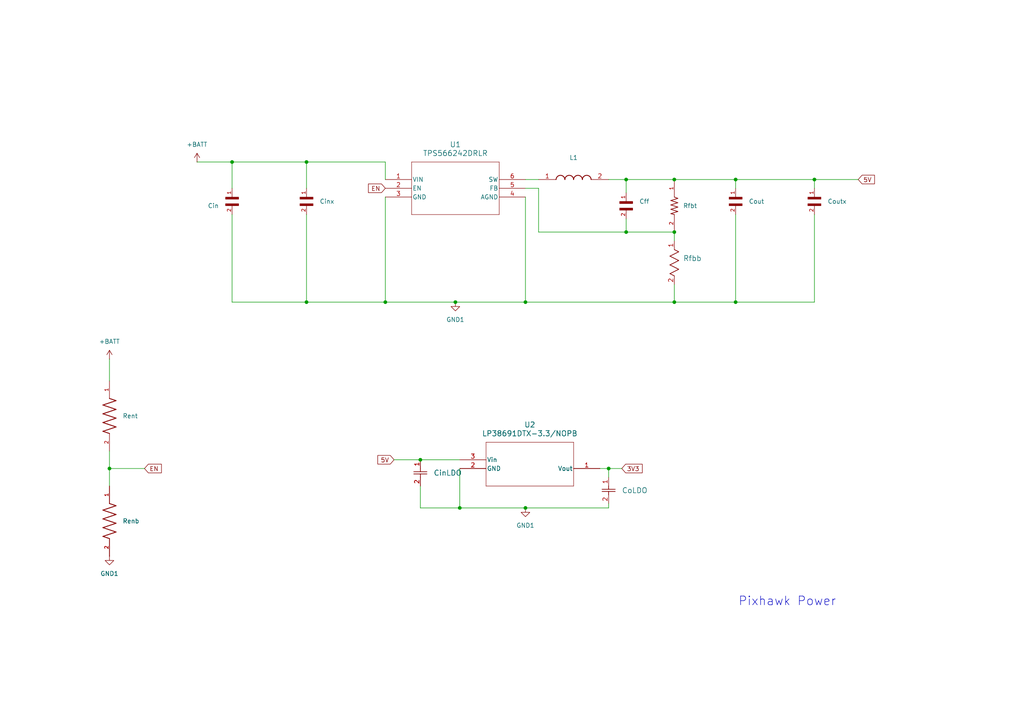
<source format=kicad_sch>
(kicad_sch
	(version 20231120)
	(generator "eeschema")
	(generator_version "8.0")
	(uuid "a276415a-8222-48f4-b1dd-3224b45d0bc4")
	(paper "A4")
	(lib_symbols
		(symbol "CfLDO:C0603C105K8RACTU"
			(pin_names
				(offset 0.254)
			)
			(exclude_from_sim no)
			(in_bom yes)
			(on_board yes)
			(property "Reference" "C"
				(at 3.81 3.81 0)
				(effects
					(font
						(size 1.524 1.524)
					)
				)
			)
			(property "Value" "C0603C105K8RACTU"
				(at 3.81 -3.81 0)
				(effects
					(font
						(size 1.524 1.524)
					)
				)
			)
			(property "Footprint" "CAPC17595_90N_KEM"
				(at 0 0 0)
				(effects
					(font
						(size 1.27 1.27)
						(italic yes)
					)
					(hide yes)
				)
			)
			(property "Datasheet" "C0603C105K8RACTU"
				(at 0 0 0)
				(effects
					(font
						(size 1.27 1.27)
						(italic yes)
					)
					(hide yes)
				)
			)
			(property "Description" ""
				(at 0 0 0)
				(effects
					(font
						(size 1.27 1.27)
					)
					(hide yes)
				)
			)
			(property "ki_locked" ""
				(at 0 0 0)
				(effects
					(font
						(size 1.27 1.27)
					)
				)
			)
			(property "ki_keywords" "C0603C105K8RACTU"
				(at 0 0 0)
				(effects
					(font
						(size 1.27 1.27)
					)
					(hide yes)
				)
			)
			(property "ki_fp_filters" "CAPC17595_90N_KEM CAPC17595_90N_KEM-M CAPC17595_90N_KEM-L"
				(at 0 0 0)
				(effects
					(font
						(size 1.27 1.27)
					)
					(hide yes)
				)
			)
			(symbol "C0603C105K8RACTU_1_1"
				(polyline
					(pts
						(xy 2.54 0) (xy 3.4798 0)
					)
					(stroke
						(width 0.2032)
						(type default)
					)
					(fill
						(type none)
					)
				)
				(polyline
					(pts
						(xy 3.4798 -1.905) (xy 3.4798 1.905)
					)
					(stroke
						(width 0.2032)
						(type default)
					)
					(fill
						(type none)
					)
				)
				(polyline
					(pts
						(xy 4.1148 -1.905) (xy 4.1148 1.905)
					)
					(stroke
						(width 0.2032)
						(type default)
					)
					(fill
						(type none)
					)
				)
				(polyline
					(pts
						(xy 4.1148 0) (xy 5.08 0)
					)
					(stroke
						(width 0.2032)
						(type default)
					)
					(fill
						(type none)
					)
				)
				(pin unspecified line
					(at 0 0 0)
					(length 2.54)
					(name ""
						(effects
							(font
								(size 1.27 1.27)
							)
						)
					)
					(number "1"
						(effects
							(font
								(size 1.27 1.27)
							)
						)
					)
				)
				(pin unspecified line
					(at 7.62 0 180)
					(length 2.54)
					(name ""
						(effects
							(font
								(size 1.27 1.27)
							)
						)
					)
					(number "2"
						(effects
							(font
								(size 1.27 1.27)
							)
						)
					)
				)
			)
			(symbol "C0603C105K8RACTU_1_2"
				(polyline
					(pts
						(xy -1.905 -4.1148) (xy 1.905 -4.1148)
					)
					(stroke
						(width 0.2032)
						(type default)
					)
					(fill
						(type none)
					)
				)
				(polyline
					(pts
						(xy -1.905 -3.4798) (xy 1.905 -3.4798)
					)
					(stroke
						(width 0.2032)
						(type default)
					)
					(fill
						(type none)
					)
				)
				(polyline
					(pts
						(xy 0 -4.1148) (xy 0 -5.08)
					)
					(stroke
						(width 0.2032)
						(type default)
					)
					(fill
						(type none)
					)
				)
				(polyline
					(pts
						(xy 0 -2.54) (xy 0 -3.4798)
					)
					(stroke
						(width 0.2032)
						(type default)
					)
					(fill
						(type none)
					)
				)
				(pin unspecified line
					(at 0 0 270)
					(length 2.54)
					(name ""
						(effects
							(font
								(size 1.27 1.27)
							)
						)
					)
					(number "1"
						(effects
							(font
								(size 1.27 1.27)
							)
						)
					)
				)
				(pin unspecified line
					(at 0 -7.62 90)
					(length 2.54)
					(name ""
						(effects
							(font
								(size 1.27 1.27)
							)
						)
					)
					(number "2"
						(effects
							(font
								(size 1.27 1.27)
							)
						)
					)
				)
			)
		)
		(symbol "Cff:GRM1555C1E330JA01D"
			(pin_names
				(offset 1.016)
			)
			(exclude_from_sim no)
			(in_bom yes)
			(on_board yes)
			(property "Reference" "C"
				(at 0 3.8109 0)
				(effects
					(font
						(size 1.27 1.27)
					)
					(justify left bottom)
				)
			)
			(property "Value" "GRM1555C1E330JA01D"
				(at 0 -5.0885 0)
				(effects
					(font
						(size 1.27 1.27)
					)
					(justify left bottom)
				)
			)
			(property "Footprint" "GRM1555C1E330JA01D:CAPC1005X55N"
				(at 0 0 0)
				(effects
					(font
						(size 1.27 1.27)
					)
					(justify bottom)
					(hide yes)
				)
			)
			(property "Datasheet" ""
				(at 0 0 0)
				(effects
					(font
						(size 1.27 1.27)
					)
					(hide yes)
				)
			)
			(property "Description" ""
				(at 0 0 0)
				(effects
					(font
						(size 1.27 1.27)
					)
					(hide yes)
				)
			)
			(property "MF" "Murata"
				(at 0 0 0)
				(effects
					(font
						(size 1.27 1.27)
					)
					(justify bottom)
					(hide yes)
				)
			)
			(property "Description_1" "\nSMD Capacitor C0G(EIA) with Capacitance: 33pF Tol. 5%. Rated Voltage: 25Vdc\n"
				(at 0 0 0)
				(effects
					(font
						(size 1.27 1.27)
					)
					(justify bottom)
					(hide yes)
				)
			)
			(property "Package" "1005 Taiyo Yuden"
				(at 0 0 0)
				(effects
					(font
						(size 1.27 1.27)
					)
					(justify bottom)
					(hide yes)
				)
			)
			(property "Price" "None"
				(at 0 0 0)
				(effects
					(font
						(size 1.27 1.27)
					)
					(justify bottom)
					(hide yes)
				)
			)
			(property "SnapEDA_Link" "https://www.snapeda.com/parts/GRM1555C1E330JA01D/Murata+Electronics+North+America/view-part/?ref=snap"
				(at 0 0 0)
				(effects
					(font
						(size 1.27 1.27)
					)
					(justify bottom)
					(hide yes)
				)
			)
			(property "MP" "GRM1555C1E330JA01D"
				(at 0 0 0)
				(effects
					(font
						(size 1.27 1.27)
					)
					(justify bottom)
					(hide yes)
				)
			)
			(property "Purchase-URL" "https://www.snapeda.com/api/url_track_click_mouser/?unipart_id=524136&manufacturer=Murata&part_name=GRM1555C1E330JA01D&search_term=grm1555c1e330ja01d"
				(at 0 0 0)
				(effects
					(font
						(size 1.27 1.27)
					)
					(justify bottom)
					(hide yes)
				)
			)
			(property "Availability" "In Stock"
				(at 0 0 0)
				(effects
					(font
						(size 1.27 1.27)
					)
					(justify bottom)
					(hide yes)
				)
			)
			(property "Check_prices" "https://www.snapeda.com/parts/GRM1555C1E330JA01D/Murata+Electronics+North+America/view-part/?ref=eda"
				(at 0 0 0)
				(effects
					(font
						(size 1.27 1.27)
					)
					(justify bottom)
					(hide yes)
				)
			)
			(symbol "GRM1555C1E330JA01D_0_0"
				(rectangle
					(start 0 -1.9069)
					(end 0.635 1.905)
					(stroke
						(width 0.1)
						(type default)
					)
					(fill
						(type outline)
					)
				)
				(rectangle
					(start 1.9069 -1.9069)
					(end 2.54 1.905)
					(stroke
						(width 0.1)
						(type default)
					)
					(fill
						(type outline)
					)
				)
				(pin passive line
					(at -2.54 0 0)
					(length 2.54)
					(name "~"
						(effects
							(font
								(size 1.016 1.016)
							)
						)
					)
					(number "1"
						(effects
							(font
								(size 1.016 1.016)
							)
						)
					)
				)
				(pin passive line
					(at 5.08 0 180)
					(length 2.54)
					(name "~"
						(effects
							(font
								(size 1.016 1.016)
							)
						)
					)
					(number "2"
						(effects
							(font
								(size 1.016 1.016)
							)
						)
					)
				)
			)
		)
		(symbol "Cin:GRM21BR61E106MA73L"
			(pin_names
				(offset 1.016)
			)
			(exclude_from_sim no)
			(in_bom yes)
			(on_board yes)
			(property "Reference" "C"
				(at 0 3.8109 0)
				(effects
					(font
						(size 1.27 1.27)
					)
					(justify left bottom)
				)
			)
			(property "Value" "GRM21BR61E106MA73L"
				(at 0 -5.0885 0)
				(effects
					(font
						(size 1.27 1.27)
					)
					(justify left bottom)
				)
			)
			(property "Footprint" "GRM21BR61E106MA73L:CAPC2012X140N"
				(at 0 0 0)
				(effects
					(font
						(size 1.27 1.27)
					)
					(justify bottom)
					(hide yes)
				)
			)
			(property "Datasheet" ""
				(at 0 0 0)
				(effects
					(font
						(size 1.27 1.27)
					)
					(hide yes)
				)
			)
			(property "Description" ""
				(at 0 0 0)
				(effects
					(font
						(size 1.27 1.27)
					)
					(hide yes)
				)
			)
			(property "MF" "Murata"
				(at 0 0 0)
				(effects
					(font
						(size 1.27 1.27)
					)
					(justify bottom)
					(hide yes)
				)
			)
			(property "Description_1" "\n10 µF ±20% 25V Ceramic Capacitor X5R 0805 (2012 Metric)\n"
				(at 0 0 0)
				(effects
					(font
						(size 1.27 1.27)
					)
					(justify bottom)
					(hide yes)
				)
			)
			(property "Package" "2012 Murata"
				(at 0 0 0)
				(effects
					(font
						(size 1.27 1.27)
					)
					(justify bottom)
					(hide yes)
				)
			)
			(property "Price" "None"
				(at 0 0 0)
				(effects
					(font
						(size 1.27 1.27)
					)
					(justify bottom)
					(hide yes)
				)
			)
			(property "SnapEDA_Link" "https://www.snapeda.com/parts/GRM21BR61E106MA73L/Murata+Electronics+North+America/view-part/?ref=snap"
				(at 0 0 0)
				(effects
					(font
						(size 1.27 1.27)
					)
					(justify bottom)
					(hide yes)
				)
			)
			(property "MP" "GRM21BR61E106MA73L"
				(at 0 0 0)
				(effects
					(font
						(size 1.27 1.27)
					)
					(justify bottom)
					(hide yes)
				)
			)
			(property "Purchase-URL" "https://www.snapeda.com/api/url_track_click_mouser/?unipart_id=1356584&manufacturer=Murata&part_name=GRM21BR61E106MA73L&search_term=grm21br61e106ma73l"
				(at 0 0 0)
				(effects
					(font
						(size 1.27 1.27)
					)
					(justify bottom)
					(hide yes)
				)
			)
			(property "Availability" "In Stock"
				(at 0 0 0)
				(effects
					(font
						(size 1.27 1.27)
					)
					(justify bottom)
					(hide yes)
				)
			)
			(property "Check_prices" "https://www.snapeda.com/parts/GRM21BR61E106MA73L/Murata+Electronics+North+America/view-part/?ref=eda"
				(at 0 0 0)
				(effects
					(font
						(size 1.27 1.27)
					)
					(justify bottom)
					(hide yes)
				)
			)
			(symbol "GRM21BR61E106MA73L_0_0"
				(rectangle
					(start 0 -1.9069)
					(end 0.635 1.905)
					(stroke
						(width 0.1)
						(type default)
					)
					(fill
						(type outline)
					)
				)
				(rectangle
					(start 1.9069 -1.9069)
					(end 2.54 1.905)
					(stroke
						(width 0.1)
						(type default)
					)
					(fill
						(type outline)
					)
				)
				(pin passive line
					(at -2.54 0 0)
					(length 2.54)
					(name "~"
						(effects
							(font
								(size 1.016 1.016)
							)
						)
					)
					(number "1"
						(effects
							(font
								(size 1.016 1.016)
							)
						)
					)
				)
				(pin passive line
					(at 5.08 0 180)
					(length 2.54)
					(name "~"
						(effects
							(font
								(size 1.016 1.016)
							)
						)
					)
					(number "2"
						(effects
							(font
								(size 1.016 1.016)
							)
						)
					)
				)
			)
		)
		(symbol "Cinx:GRM188R71H104KA93D"
			(pin_names
				(offset 1.016)
			)
			(exclude_from_sim no)
			(in_bom yes)
			(on_board yes)
			(property "Reference" "C"
				(at 0 3.8109 0)
				(effects
					(font
						(size 1.27 1.27)
					)
					(justify left bottom)
				)
			)
			(property "Value" "GRM188R71H104KA93D"
				(at 0 -5.0885 0)
				(effects
					(font
						(size 1.27 1.27)
					)
					(justify left bottom)
				)
			)
			(property "Footprint" "GRM188R71H104KA93D:CAPC1608X90N"
				(at 0 0 0)
				(effects
					(font
						(size 1.27 1.27)
					)
					(justify bottom)
					(hide yes)
				)
			)
			(property "Datasheet" ""
				(at 0 0 0)
				(effects
					(font
						(size 1.27 1.27)
					)
					(hide yes)
				)
			)
			(property "Description" ""
				(at 0 0 0)
				(effects
					(font
						(size 1.27 1.27)
					)
					(hide yes)
				)
			)
			(property "MF" "Murata"
				(at 0 0 0)
				(effects
					(font
						(size 1.27 1.27)
					)
					(justify bottom)
					(hide yes)
				)
			)
			(property "Description_1" "\nSMD Capacitor X7R(EIA) with Capacitance: 0.10uF Tol. 10%. Rated Voltage: 50Vdc\n"
				(at 0 0 0)
				(effects
					(font
						(size 1.27 1.27)
					)
					(justify bottom)
					(hide yes)
				)
			)
			(property "Package" "1608 Murata"
				(at 0 0 0)
				(effects
					(font
						(size 1.27 1.27)
					)
					(justify bottom)
					(hide yes)
				)
			)
			(property "Price" "None"
				(at 0 0 0)
				(effects
					(font
						(size 1.27 1.27)
					)
					(justify bottom)
					(hide yes)
				)
			)
			(property "SnapEDA_Link" "https://www.snapeda.com/parts/GRM188R71H104KA93D/Murata+Electronics+North+America/view-part/?ref=snap"
				(at 0 0 0)
				(effects
					(font
						(size 1.27 1.27)
					)
					(justify bottom)
					(hide yes)
				)
			)
			(property "MP" "GRM188R71H104KA93D"
				(at 0 0 0)
				(effects
					(font
						(size 1.27 1.27)
					)
					(justify bottom)
					(hide yes)
				)
			)
			(property "Availability" "In Stock"
				(at 0 0 0)
				(effects
					(font
						(size 1.27 1.27)
					)
					(justify bottom)
					(hide yes)
				)
			)
			(property "Check_prices" "https://www.snapeda.com/parts/GRM188R71H104KA93D/Murata+Electronics+North+America/view-part/?ref=eda"
				(at 0 0 0)
				(effects
					(font
						(size 1.27 1.27)
					)
					(justify bottom)
					(hide yes)
				)
			)
			(symbol "GRM188R71H104KA93D_0_0"
				(rectangle
					(start 0 -1.9069)
					(end 0.635 1.905)
					(stroke
						(width 0.1)
						(type default)
					)
					(fill
						(type outline)
					)
				)
				(rectangle
					(start 1.9069 -1.9069)
					(end 2.54 1.905)
					(stroke
						(width 0.1)
						(type default)
					)
					(fill
						(type outline)
					)
				)
				(pin passive line
					(at -2.54 0 0)
					(length 2.54)
					(name "~"
						(effects
							(font
								(size 1.016 1.016)
							)
						)
					)
					(number "1"
						(effects
							(font
								(size 1.016 1.016)
							)
						)
					)
				)
				(pin passive line
					(at 5.08 0 180)
					(length 2.54)
					(name "~"
						(effects
							(font
								(size 1.016 1.016)
							)
						)
					)
					(number "2"
						(effects
							(font
								(size 1.016 1.016)
							)
						)
					)
				)
			)
		)
		(symbol "Cout:LMK212BJ226MG-T"
			(pin_names
				(offset 1.016)
			)
			(exclude_from_sim no)
			(in_bom yes)
			(on_board yes)
			(property "Reference" "C"
				(at 0 3.8109 0)
				(effects
					(font
						(size 1.27 1.27)
					)
					(justify left bottom)
				)
			)
			(property "Value" "LMK212BJ226MG-T"
				(at 0 -5.0885 0)
				(effects
					(font
						(size 1.27 1.27)
					)
					(justify left bottom)
				)
			)
			(property "Footprint" "LMK212BJ226MG-T:CAPC2012X135N"
				(at 0 0 0)
				(effects
					(font
						(size 1.27 1.27)
					)
					(justify bottom)
					(hide yes)
				)
			)
			(property "Datasheet" ""
				(at 0 0 0)
				(effects
					(font
						(size 1.27 1.27)
					)
					(hide yes)
				)
			)
			(property "Description" ""
				(at 0 0 0)
				(effects
					(font
						(size 1.27 1.27)
					)
					(hide yes)
				)
			)
			(property "MF" "Taiyo Yuden"
				(at 0 0 0)
				(effects
					(font
						(size 1.27 1.27)
					)
					(justify bottom)
					(hide yes)
				)
			)
			(property "Description_1" "\n22 µF ±20% 10V Ceramic Capacitor X5R 0805 (2012 Metric)\n"
				(at 0 0 0)
				(effects
					(font
						(size 1.27 1.27)
					)
					(justify bottom)
					(hide yes)
				)
			)
			(property "Package" "2012 Taiyo Yuden"
				(at 0 0 0)
				(effects
					(font
						(size 1.27 1.27)
					)
					(justify bottom)
					(hide yes)
				)
			)
			(property "Price" "None"
				(at 0 0 0)
				(effects
					(font
						(size 1.27 1.27)
					)
					(justify bottom)
					(hide yes)
				)
			)
			(property "SnapEDA_Link" "https://www.snapeda.com/parts/LMK212BJ226MG-T/Taiyo+Yuden/view-part/?ref=snap"
				(at 0 0 0)
				(effects
					(font
						(size 1.27 1.27)
					)
					(justify bottom)
					(hide yes)
				)
			)
			(property "MP" "LMK212BJ226MG-T"
				(at 0 0 0)
				(effects
					(font
						(size 1.27 1.27)
					)
					(justify bottom)
					(hide yes)
				)
			)
			(property "Purchase-URL" "https://www.snapeda.com/api/url_track_click_mouser/?unipart_id=225286&manufacturer=Taiyo Yuden&part_name=LMK212BJ226MG-T&search_term=lmk212bj226mg-t"
				(at 0 0 0)
				(effects
					(font
						(size 1.27 1.27)
					)
					(justify bottom)
					(hide yes)
				)
			)
			(property "Availability" "In Stock"
				(at 0 0 0)
				(effects
					(font
						(size 1.27 1.27)
					)
					(justify bottom)
					(hide yes)
				)
			)
			(property "Check_prices" "https://www.snapeda.com/parts/LMK212BJ226MG-T/Taiyo+Yuden/view-part/?ref=eda"
				(at 0 0 0)
				(effects
					(font
						(size 1.27 1.27)
					)
					(justify bottom)
					(hide yes)
				)
			)
			(symbol "LMK212BJ226MG-T_0_0"
				(rectangle
					(start 0 -1.9069)
					(end 0.635 1.905)
					(stroke
						(width 0.1)
						(type default)
					)
					(fill
						(type outline)
					)
				)
				(rectangle
					(start 1.9069 -1.9069)
					(end 2.54 1.905)
					(stroke
						(width 0.1)
						(type default)
					)
					(fill
						(type outline)
					)
				)
				(pin passive line
					(at -2.54 0 0)
					(length 2.54)
					(name "~"
						(effects
							(font
								(size 1.016 1.016)
							)
						)
					)
					(number "1"
						(effects
							(font
								(size 1.016 1.016)
							)
						)
					)
				)
				(pin passive line
					(at 5.08 0 180)
					(length 2.54)
					(name "~"
						(effects
							(font
								(size 1.016 1.016)
							)
						)
					)
					(number "2"
						(effects
							(font
								(size 1.016 1.016)
							)
						)
					)
				)
			)
		)
		(symbol "Coutx:GRM188R71E104KA01D"
			(pin_names
				(offset 1.016)
			)
			(exclude_from_sim no)
			(in_bom yes)
			(on_board yes)
			(property "Reference" "C"
				(at 0 3.8109 0)
				(effects
					(font
						(size 1.27 1.27)
					)
					(justify left bottom)
				)
			)
			(property "Value" "GRM188R71E104KA01D"
				(at 0 -5.0885 0)
				(effects
					(font
						(size 1.27 1.27)
					)
					(justify left bottom)
				)
			)
			(property "Footprint" "GRM188R71E104KA01D:CAPC1608X90N"
				(at 0 0 0)
				(effects
					(font
						(size 1.27 1.27)
					)
					(justify bottom)
					(hide yes)
				)
			)
			(property "Datasheet" ""
				(at 0 0 0)
				(effects
					(font
						(size 1.27 1.27)
					)
					(hide yes)
				)
			)
			(property "Description" ""
				(at 0 0 0)
				(effects
					(font
						(size 1.27 1.27)
					)
					(hide yes)
				)
			)
			(property "MF" "Murata Electronics"
				(at 0 0 0)
				(effects
					(font
						(size 1.27 1.27)
					)
					(justify bottom)
					(hide yes)
				)
			)
			(property "Description_1" "\nSMD Capacitor X7R(EIA) with Capacitance: 0.10uF Tol. 10%. Rated Voltage: 25Vdc\n"
				(at 0 0 0)
				(effects
					(font
						(size 1.27 1.27)
					)
					(justify bottom)
					(hide yes)
				)
			)
			(property "Package" "1608 Murata"
				(at 0 0 0)
				(effects
					(font
						(size 1.27 1.27)
					)
					(justify bottom)
					(hide yes)
				)
			)
			(property "Price" "None"
				(at 0 0 0)
				(effects
					(font
						(size 1.27 1.27)
					)
					(justify bottom)
					(hide yes)
				)
			)
			(property "SnapEDA_Link" "https://www.snapeda.com/parts/GRM188R71E104KA01D/Murata+Electronics+North+America/view-part/?ref=snap"
				(at 0 0 0)
				(effects
					(font
						(size 1.27 1.27)
					)
					(justify bottom)
					(hide yes)
				)
			)
			(property "MP" "GRM188R71E104KA01D"
				(at 0 0 0)
				(effects
					(font
						(size 1.27 1.27)
					)
					(justify bottom)
					(hide yes)
				)
			)
			(property "Availability" "In Stock"
				(at 0 0 0)
				(effects
					(font
						(size 1.27 1.27)
					)
					(justify bottom)
					(hide yes)
				)
			)
			(property "Check_prices" "https://www.snapeda.com/parts/GRM188R71E104KA01D/Murata+Electronics+North+America/view-part/?ref=eda"
				(at 0 0 0)
				(effects
					(font
						(size 1.27 1.27)
					)
					(justify bottom)
					(hide yes)
				)
			)
			(symbol "GRM188R71E104KA01D_0_0"
				(rectangle
					(start 0 -1.9069)
					(end 0.635 1.905)
					(stroke
						(width 0.1)
						(type default)
					)
					(fill
						(type outline)
					)
				)
				(rectangle
					(start 1.9069 -1.9069)
					(end 2.54 1.905)
					(stroke
						(width 0.1)
						(type default)
					)
					(fill
						(type outline)
					)
				)
				(pin passive line
					(at -2.54 0 0)
					(length 2.54)
					(name "~"
						(effects
							(font
								(size 1.016 1.016)
							)
						)
					)
					(number "1"
						(effects
							(font
								(size 1.016 1.016)
							)
						)
					)
				)
				(pin passive line
					(at 5.08 0 180)
					(length 2.54)
					(name "~"
						(effects
							(font
								(size 1.016 1.016)
							)
						)
					)
					(number "2"
						(effects
							(font
								(size 1.016 1.016)
							)
						)
					)
				)
			)
		)
		(symbol "L1:XAL5030-222MEB"
			(pin_names hide)
			(exclude_from_sim no)
			(in_bom yes)
			(on_board yes)
			(property "Reference" "L"
				(at 16.51 6.35 0)
				(effects
					(font
						(size 1.27 1.27)
					)
					(justify left top)
				)
			)
			(property "Value" "XAL5030-222MEB"
				(at 16.51 3.81 0)
				(effects
					(font
						(size 1.27 1.27)
					)
					(justify left top)
				)
			)
			(property "Footprint" "XAL5030"
				(at 16.51 -96.19 0)
				(effects
					(font
						(size 1.27 1.27)
					)
					(justify left top)
					(hide yes)
				)
			)
			(property "Datasheet" "http://www.coilcraft.com/pdfs/xal50xx.pdf"
				(at 16.51 -196.19 0)
				(effects
					(font
						(size 1.27 1.27)
					)
					(justify left top)
					(hide yes)
				)
			)
			(property "Description" "Fixed Inductors 2.2uH 20% 9.7A 14.5mOhms AEC-Q200"
				(at 0 0 0)
				(effects
					(font
						(size 1.27 1.27)
					)
					(hide yes)
				)
			)
			(property "Height" ""
				(at 16.51 -396.19 0)
				(effects
					(font
						(size 1.27 1.27)
					)
					(justify left top)
					(hide yes)
				)
			)
			(property "Mouser Part Number" "994-XAL5030-222MEB"
				(at 16.51 -496.19 0)
				(effects
					(font
						(size 1.27 1.27)
					)
					(justify left top)
					(hide yes)
				)
			)
			(property "Mouser Price/Stock" "https://www.mouser.co.uk/ProductDetail/Coilcraft/XAL5030-222MEB?qs=VJjuEbE9QBMC5tG7aGluNw%3D%3D"
				(at 16.51 -596.19 0)
				(effects
					(font
						(size 1.27 1.27)
					)
					(justify left top)
					(hide yes)
				)
			)
			(property "Manufacturer_Name" "COILCRAFT"
				(at 16.51 -696.19 0)
				(effects
					(font
						(size 1.27 1.27)
					)
					(justify left top)
					(hide yes)
				)
			)
			(property "Manufacturer_Part_Number" "XAL5030-222MEB"
				(at 16.51 -796.19 0)
				(effects
					(font
						(size 1.27 1.27)
					)
					(justify left top)
					(hide yes)
				)
			)
			(symbol "XAL5030-222MEB_1_1"
				(arc
					(start 7.62 0)
					(mid 6.35 1.219)
					(end 5.08 0)
					(stroke
						(width 0.254)
						(type default)
					)
					(fill
						(type none)
					)
				)
				(arc
					(start 10.16 0)
					(mid 8.89 1.219)
					(end 7.62 0)
					(stroke
						(width 0.254)
						(type default)
					)
					(fill
						(type none)
					)
				)
				(arc
					(start 12.7 0)
					(mid 11.43 1.219)
					(end 10.16 0)
					(stroke
						(width 0.254)
						(type default)
					)
					(fill
						(type none)
					)
				)
				(arc
					(start 15.24 0)
					(mid 13.97 1.219)
					(end 12.7 0)
					(stroke
						(width 0.254)
						(type default)
					)
					(fill
						(type none)
					)
				)
				(pin passive line
					(at 0 0 0)
					(length 5.08)
					(name "1"
						(effects
							(font
								(size 1.27 1.27)
							)
						)
					)
					(number "1"
						(effects
							(font
								(size 1.27 1.27)
							)
						)
					)
				)
				(pin passive line
					(at 20.32 0 180)
					(length 5.08)
					(name "2"
						(effects
							(font
								(size 1.27 1.27)
							)
						)
					)
					(number "2"
						(effects
							(font
								(size 1.27 1.27)
							)
						)
					)
				)
			)
		)
		(symbol "R1:CRCW040214K3FKED"
			(pin_names
				(offset 1.016)
			)
			(exclude_from_sim no)
			(in_bom yes)
			(on_board yes)
			(property "Reference" "R"
				(at -7.6244 2.5415 0)
				(effects
					(font
						(size 1.27 1.27)
					)
					(justify left bottom)
				)
			)
			(property "Value" "CRCW040214K3FKED"
				(at -7.63 -5.0866 0)
				(effects
					(font
						(size 1.27 1.27)
					)
					(justify left bottom)
				)
			)
			(property "Footprint" "CRCW040214K3FKED:RESC1005X40N"
				(at 0 0 0)
				(effects
					(font
						(size 1.27 1.27)
					)
					(justify bottom)
					(hide yes)
				)
			)
			(property "Datasheet" ""
				(at 0 0 0)
				(effects
					(font
						(size 1.27 1.27)
					)
					(hide yes)
				)
			)
			(property "Description" ""
				(at 0 0 0)
				(effects
					(font
						(size 1.27 1.27)
					)
					(hide yes)
				)
			)
			(property "MF" "Vishay Dale"
				(at 0 0 0)
				(effects
					(font
						(size 1.27 1.27)
					)
					(justify bottom)
					(hide yes)
				)
			)
			(property "Description_1" "\nResistor;Thick Film;14.3 Kilohms;0.063 W;1%;SMT;0402;TCR 37 ppm/DegC;TR | Vishay Dale CRCW040214K3FKED\n"
				(at 0 0 0)
				(effects
					(font
						(size 1.27 1.27)
					)
					(justify bottom)
					(hide yes)
				)
			)
			(property "Package" "1005 Panasonic Electronic Components"
				(at 0 0 0)
				(effects
					(font
						(size 1.27 1.27)
					)
					(justify bottom)
					(hide yes)
				)
			)
			(property "Price" "None"
				(at 0 0 0)
				(effects
					(font
						(size 1.27 1.27)
					)
					(justify bottom)
					(hide yes)
				)
			)
			(property "SnapEDA_Link" "https://www.snapeda.com/parts/CRCW040214K3FKED/Vishay+Dale/view-part/?ref=snap"
				(at 0 0 0)
				(effects
					(font
						(size 1.27 1.27)
					)
					(justify bottom)
					(hide yes)
				)
			)
			(property "MP" "CRCW040214K3FKED"
				(at 0 0 0)
				(effects
					(font
						(size 1.27 1.27)
					)
					(justify bottom)
					(hide yes)
				)
			)
			(property "Availability" "In Stock"
				(at 0 0 0)
				(effects
					(font
						(size 1.27 1.27)
					)
					(justify bottom)
					(hide yes)
				)
			)
			(property "Check_prices" "https://www.snapeda.com/parts/CRCW040214K3FKED/Vishay+Dale/view-part/?ref=eda"
				(at 0 0 0)
				(effects
					(font
						(size 1.27 1.27)
					)
					(justify bottom)
					(hide yes)
				)
			)
			(symbol "CRCW040214K3FKED_0_0"
				(polyline
					(pts
						(xy -5.08 0) (xy -4.445 1.905)
					)
					(stroke
						(width 0.254)
						(type default)
					)
					(fill
						(type none)
					)
				)
				(polyline
					(pts
						(xy -4.445 1.905) (xy -3.175 -1.905)
					)
					(stroke
						(width 0.254)
						(type default)
					)
					(fill
						(type none)
					)
				)
				(polyline
					(pts
						(xy -3.175 -1.905) (xy -1.905 1.905)
					)
					(stroke
						(width 0.254)
						(type default)
					)
					(fill
						(type none)
					)
				)
				(polyline
					(pts
						(xy -1.905 1.905) (xy -0.635 -1.905)
					)
					(stroke
						(width 0.254)
						(type default)
					)
					(fill
						(type none)
					)
				)
				(polyline
					(pts
						(xy -0.635 -1.905) (xy 0.635 1.905)
					)
					(stroke
						(width 0.254)
						(type default)
					)
					(fill
						(type none)
					)
				)
				(polyline
					(pts
						(xy 0.635 1.905) (xy 1.905 -1.905)
					)
					(stroke
						(width 0.254)
						(type default)
					)
					(fill
						(type none)
					)
				)
				(polyline
					(pts
						(xy 1.905 -1.905) (xy 3.175 1.905)
					)
					(stroke
						(width 0.254)
						(type default)
					)
					(fill
						(type none)
					)
				)
				(polyline
					(pts
						(xy 3.175 1.905) (xy 4.445 -1.905)
					)
					(stroke
						(width 0.254)
						(type default)
					)
					(fill
						(type none)
					)
				)
				(polyline
					(pts
						(xy 4.445 -1.905) (xy 5.08 0)
					)
					(stroke
						(width 0.254)
						(type default)
					)
					(fill
						(type none)
					)
				)
				(pin passive line
					(at -10.16 0 0)
					(length 5.08)
					(name "~"
						(effects
							(font
								(size 1.016 1.016)
							)
						)
					)
					(number "1"
						(effects
							(font
								(size 1.016 1.016)
							)
						)
					)
				)
				(pin passive line
					(at 10.16 0 180)
					(length 5.08)
					(name "~"
						(effects
							(font
								(size 1.016 1.016)
							)
						)
					)
					(number "2"
						(effects
							(font
								(size 1.016 1.016)
							)
						)
					)
				)
			)
		)
		(symbol "R2:CRCW0402100KFKED"
			(pin_names
				(offset 1.016)
			)
			(exclude_from_sim no)
			(in_bom yes)
			(on_board yes)
			(property "Reference" "R"
				(at -7.6244 2.5415 0)
				(effects
					(font
						(size 1.27 1.27)
					)
					(justify left bottom)
				)
			)
			(property "Value" "CRCW0402100KFKED"
				(at -7.63 -5.0866 0)
				(effects
					(font
						(size 1.27 1.27)
					)
					(justify left bottom)
				)
			)
			(property "Footprint" "CRCW0402100KFKED:RESC1005X40N"
				(at 0 0 0)
				(effects
					(font
						(size 1.27 1.27)
					)
					(justify bottom)
					(hide yes)
				)
			)
			(property "Datasheet" ""
				(at 0 0 0)
				(effects
					(font
						(size 1.27 1.27)
					)
					(hide yes)
				)
			)
			(property "Description" ""
				(at 0 0 0)
				(effects
					(font
						(size 1.27 1.27)
					)
					(hide yes)
				)
			)
			(property "DigiKey_Part_Number" "541-100KLTR-ND"
				(at 0 0 0)
				(effects
					(font
						(size 1.27 1.27)
					)
					(justify bottom)
					(hide yes)
				)
			)
			(property "MF" "Vishay"
				(at 0 0 0)
				(effects
					(font
						(size 1.27 1.27)
					)
					(justify bottom)
					(hide yes)
				)
			)
			(property "Purchase-URL" "https://www.snapeda.com/api/url_track_click_mouser/?unipart_id=12597&manufacturer=Vishay&part_name=CRCW0402100KFKED&search_term=crcw0402100kfked"
				(at 0 0 0)
				(effects
					(font
						(size 1.27 1.27)
					)
					(justify bottom)
					(hide yes)
				)
			)
			(property "Package" "1005 Panasonic Electronic Components"
				(at 0 0 0)
				(effects
					(font
						(size 1.27 1.27)
					)
					(justify bottom)
					(hide yes)
				)
			)
			(property "SnapEDA_Link" "https://www.snapeda.com/parts/CRCW0402100KFKED/Vishay+Dale/view-part/?ref=snap"
				(at 0 0 0)
				(effects
					(font
						(size 1.27 1.27)
					)
					(justify bottom)
					(hide yes)
				)
			)
			(property "MP" "CRCW0402100KFKED"
				(at 0 0 0)
				(effects
					(font
						(size 1.27 1.27)
					)
					(justify bottom)
					(hide yes)
				)
			)
			(property "Description_1" "\nResistor, Thick Film, 100 Kilohms, 0.063 W, 1%, SMT, 0402, TCR 37 ppm/DegC, TR | Vishay Dale CRCW0402100KFKED\n"
				(at 0 0 0)
				(effects
					(font
						(size 1.27 1.27)
					)
					(justify bottom)
					(hide yes)
				)
			)
			(property "Check_prices" "https://www.snapeda.com/parts/CRCW0402100KFKED/Vishay+Dale/view-part/?ref=eda"
				(at 0 0 0)
				(effects
					(font
						(size 1.27 1.27)
					)
					(justify bottom)
					(hide yes)
				)
			)
			(symbol "CRCW0402100KFKED_0_0"
				(polyline
					(pts
						(xy -5.08 0) (xy -4.445 1.905)
					)
					(stroke
						(width 0.254)
						(type default)
					)
					(fill
						(type none)
					)
				)
				(polyline
					(pts
						(xy -4.445 1.905) (xy -3.175 -1.905)
					)
					(stroke
						(width 0.254)
						(type default)
					)
					(fill
						(type none)
					)
				)
				(polyline
					(pts
						(xy -3.175 -1.905) (xy -1.905 1.905)
					)
					(stroke
						(width 0.254)
						(type default)
					)
					(fill
						(type none)
					)
				)
				(polyline
					(pts
						(xy -1.905 1.905) (xy -0.635 -1.905)
					)
					(stroke
						(width 0.254)
						(type default)
					)
					(fill
						(type none)
					)
				)
				(polyline
					(pts
						(xy -0.635 -1.905) (xy 0.635 1.905)
					)
					(stroke
						(width 0.254)
						(type default)
					)
					(fill
						(type none)
					)
				)
				(polyline
					(pts
						(xy 0.635 1.905) (xy 1.905 -1.905)
					)
					(stroke
						(width 0.254)
						(type default)
					)
					(fill
						(type none)
					)
				)
				(polyline
					(pts
						(xy 1.905 -1.905) (xy 3.175 1.905)
					)
					(stroke
						(width 0.254)
						(type default)
					)
					(fill
						(type none)
					)
				)
				(polyline
					(pts
						(xy 3.175 1.905) (xy 4.445 -1.905)
					)
					(stroke
						(width 0.254)
						(type default)
					)
					(fill
						(type none)
					)
				)
				(polyline
					(pts
						(xy 4.445 -1.905) (xy 5.08 0)
					)
					(stroke
						(width 0.254)
						(type default)
					)
					(fill
						(type none)
					)
				)
				(pin passive line
					(at -10.16 0 0)
					(length 5.08)
					(name "~"
						(effects
							(font
								(size 1.016 1.016)
							)
						)
					)
					(number "1"
						(effects
							(font
								(size 1.016 1.016)
							)
						)
					)
				)
				(pin passive line
					(at 10.16 0 180)
					(length 5.08)
					(name "~"
						(effects
							(font
								(size 1.016 1.016)
							)
						)
					)
					(number "2"
						(effects
							(font
								(size 1.016 1.016)
							)
						)
					)
				)
			)
		)
		(symbol "Rfb1:RC0603FR-07220KL"
			(pin_names
				(offset 1.016)
			)
			(exclude_from_sim no)
			(in_bom yes)
			(on_board yes)
			(property "Reference" "R"
				(at -3.81 1.4986 0)
				(effects
					(font
						(size 1.27 1.27)
					)
					(justify left bottom)
				)
			)
			(property "Value" "RC0603FR-07220KL"
				(at -3.81 -3.302 0)
				(effects
					(font
						(size 1.27 1.27)
					)
					(justify left bottom)
				)
			)
			(property "Footprint" "RC0603FR-07220KL:RESC1607X60N"
				(at 0 0 0)
				(effects
					(font
						(size 1.27 1.27)
					)
					(justify bottom)
					(hide yes)
				)
			)
			(property "Datasheet" ""
				(at 0 0 0)
				(effects
					(font
						(size 1.27 1.27)
					)
					(hide yes)
				)
			)
			(property "Description" ""
				(at 0 0 0)
				(effects
					(font
						(size 1.27 1.27)
					)
					(hide yes)
				)
			)
			(property "MF" "Yageo"
				(at 0 0 0)
				(effects
					(font
						(size 1.27 1.27)
					)
					(justify bottom)
					(hide yes)
				)
			)
			(property "Description_1" "\n220 kOhms ±1% 0.1W, 1/10W Chip Resistor 0603 (1608 Metric) Moisture Resistant Thick Film\n"
				(at 0 0 0)
				(effects
					(font
						(size 1.27 1.27)
					)
					(justify bottom)
					(hide yes)
				)
			)
			(property "Package" "0603 Yageo"
				(at 0 0 0)
				(effects
					(font
						(size 1.27 1.27)
					)
					(justify bottom)
					(hide yes)
				)
			)
			(property "Price" "None"
				(at 0 0 0)
				(effects
					(font
						(size 1.27 1.27)
					)
					(justify bottom)
					(hide yes)
				)
			)
			(property "SnapEDA_Link" "https://www.snapeda.com/parts/RC0603FR-07220KL/Yageo/view-part/?ref=snap"
				(at 0 0 0)
				(effects
					(font
						(size 1.27 1.27)
					)
					(justify bottom)
					(hide yes)
				)
			)
			(property "MP" "RC0603FR-07220KL"
				(at 0 0 0)
				(effects
					(font
						(size 1.27 1.27)
					)
					(justify bottom)
					(hide yes)
				)
			)
			(property "Purchase-URL" "https://www.snapeda.com/api/url_track_click_mouser/?unipart_id=53553&manufacturer=Yageo&part_name=RC0603FR-07220KL&search_term=rc0603fr-07220kl"
				(at 0 0 0)
				(effects
					(font
						(size 1.27 1.27)
					)
					(justify bottom)
					(hide yes)
				)
			)
			(property "Availability" "In Stock"
				(at 0 0 0)
				(effects
					(font
						(size 1.27 1.27)
					)
					(justify bottom)
					(hide yes)
				)
			)
			(property "Check_prices" "https://www.snapeda.com/parts/RC0603FR-07220KL/Yageo/view-part/?ref=eda"
				(at 0 0 0)
				(effects
					(font
						(size 1.27 1.27)
					)
					(justify bottom)
					(hide yes)
				)
			)
			(symbol "RC0603FR-07220KL_0_0"
				(polyline
					(pts
						(xy -2.54 0) (xy -2.159 1.016)
					)
					(stroke
						(width 0.2032)
						(type default)
					)
					(fill
						(type none)
					)
				)
				(polyline
					(pts
						(xy -2.159 1.016) (xy -1.524 -1.016)
					)
					(stroke
						(width 0.2032)
						(type default)
					)
					(fill
						(type none)
					)
				)
				(polyline
					(pts
						(xy -1.524 -1.016) (xy -0.889 1.016)
					)
					(stroke
						(width 0.2032)
						(type default)
					)
					(fill
						(type none)
					)
				)
				(polyline
					(pts
						(xy -0.889 1.016) (xy -0.254 -1.016)
					)
					(stroke
						(width 0.2032)
						(type default)
					)
					(fill
						(type none)
					)
				)
				(polyline
					(pts
						(xy -0.254 -1.016) (xy 0.381 1.016)
					)
					(stroke
						(width 0.2032)
						(type default)
					)
					(fill
						(type none)
					)
				)
				(polyline
					(pts
						(xy 0.381 1.016) (xy 1.016 -1.016)
					)
					(stroke
						(width 0.2032)
						(type default)
					)
					(fill
						(type none)
					)
				)
				(polyline
					(pts
						(xy 1.016 -1.016) (xy 1.651 1.016)
					)
					(stroke
						(width 0.2032)
						(type default)
					)
					(fill
						(type none)
					)
				)
				(polyline
					(pts
						(xy 1.651 1.016) (xy 2.286 -1.016)
					)
					(stroke
						(width 0.2032)
						(type default)
					)
					(fill
						(type none)
					)
				)
				(polyline
					(pts
						(xy 2.286 -1.016) (xy 2.54 0)
					)
					(stroke
						(width 0.2032)
						(type default)
					)
					(fill
						(type none)
					)
				)
				(pin passive line
					(at -7.62 0 0)
					(length 5.08)
					(name "~"
						(effects
							(font
								(size 1.016 1.016)
							)
						)
					)
					(number "1"
						(effects
							(font
								(size 1.016 1.016)
							)
						)
					)
				)
				(pin passive line
					(at 7.62 0 180)
					(length 5.08)
					(name "~"
						(effects
							(font
								(size 1.016 1.016)
							)
						)
					)
					(number "2"
						(effects
							(font
								(size 1.016 1.016)
							)
						)
					)
				)
			)
		)
		(symbol "Rfb2:RC0603FR-0730KL"
			(pin_names
				(offset 0.254)
			)
			(exclude_from_sim no)
			(in_bom yes)
			(on_board yes)
			(property "Reference" "R"
				(at 5.715 3.81 0)
				(effects
					(font
						(size 1.524 1.524)
					)
				)
			)
			(property "Value" "RC0603FR-0730KL"
				(at 6.35 -3.81 0)
				(effects
					(font
						(size 1.524 1.524)
					)
				)
			)
			(property "Footprint" "RES_RC0603_YAG"
				(at 0 0 0)
				(effects
					(font
						(size 1.27 1.27)
						(italic yes)
					)
					(hide yes)
				)
			)
			(property "Datasheet" "RC0603FR-0730KL"
				(at 0 0 0)
				(effects
					(font
						(size 1.27 1.27)
						(italic yes)
					)
					(hide yes)
				)
			)
			(property "Description" ""
				(at 0 0 0)
				(effects
					(font
						(size 1.27 1.27)
					)
					(hide yes)
				)
			)
			(property "ki_locked" ""
				(at 0 0 0)
				(effects
					(font
						(size 1.27 1.27)
					)
				)
			)
			(property "ki_keywords" "RC0603FR-0730KL"
				(at 0 0 0)
				(effects
					(font
						(size 1.27 1.27)
					)
					(hide yes)
				)
			)
			(property "ki_fp_filters" "RES_RC0603_YAG RES_RC0603_YAG-M RES_RC0603_YAG-L"
				(at 0 0 0)
				(effects
					(font
						(size 1.27 1.27)
					)
					(hide yes)
				)
			)
			(symbol "RC0603FR-0730KL_1_1"
				(polyline
					(pts
						(xy 2.54 0) (xy 3.175 1.27)
					)
					(stroke
						(width 0.2032)
						(type default)
					)
					(fill
						(type none)
					)
				)
				(polyline
					(pts
						(xy 3.175 1.27) (xy 4.445 -1.27)
					)
					(stroke
						(width 0.2032)
						(type default)
					)
					(fill
						(type none)
					)
				)
				(polyline
					(pts
						(xy 4.445 -1.27) (xy 5.715 1.27)
					)
					(stroke
						(width 0.2032)
						(type default)
					)
					(fill
						(type none)
					)
				)
				(polyline
					(pts
						(xy 5.715 1.27) (xy 6.985 -1.27)
					)
					(stroke
						(width 0.2032)
						(type default)
					)
					(fill
						(type none)
					)
				)
				(polyline
					(pts
						(xy 6.985 -1.27) (xy 8.255 1.27)
					)
					(stroke
						(width 0.2032)
						(type default)
					)
					(fill
						(type none)
					)
				)
				(polyline
					(pts
						(xy 8.255 1.27) (xy 9.525 -1.27)
					)
					(stroke
						(width 0.2032)
						(type default)
					)
					(fill
						(type none)
					)
				)
				(polyline
					(pts
						(xy 9.525 -1.27) (xy 10.16 0)
					)
					(stroke
						(width 0.2032)
						(type default)
					)
					(fill
						(type none)
					)
				)
				(pin unspecified line
					(at 0 0 0)
					(length 2.54)
					(name ""
						(effects
							(font
								(size 1.27 1.27)
							)
						)
					)
					(number "1"
						(effects
							(font
								(size 1.27 1.27)
							)
						)
					)
				)
				(pin unspecified line
					(at 12.7 0 180)
					(length 2.54)
					(name ""
						(effects
							(font
								(size 1.27 1.27)
							)
						)
					)
					(number "2"
						(effects
							(font
								(size 1.27 1.27)
							)
						)
					)
				)
			)
			(symbol "RC0603FR-0730KL_1_2"
				(polyline
					(pts
						(xy -1.27 3.175) (xy 1.27 4.445)
					)
					(stroke
						(width 0.2032)
						(type default)
					)
					(fill
						(type none)
					)
				)
				(polyline
					(pts
						(xy -1.27 5.715) (xy 1.27 6.985)
					)
					(stroke
						(width 0.2032)
						(type default)
					)
					(fill
						(type none)
					)
				)
				(polyline
					(pts
						(xy -1.27 8.255) (xy 1.27 9.525)
					)
					(stroke
						(width 0.2032)
						(type default)
					)
					(fill
						(type none)
					)
				)
				(polyline
					(pts
						(xy 0 2.54) (xy -1.27 3.175)
					)
					(stroke
						(width 0.2032)
						(type default)
					)
					(fill
						(type none)
					)
				)
				(polyline
					(pts
						(xy 1.27 4.445) (xy -1.27 5.715)
					)
					(stroke
						(width 0.2032)
						(type default)
					)
					(fill
						(type none)
					)
				)
				(polyline
					(pts
						(xy 1.27 6.985) (xy -1.27 8.255)
					)
					(stroke
						(width 0.2032)
						(type default)
					)
					(fill
						(type none)
					)
				)
				(polyline
					(pts
						(xy 1.27 9.525) (xy 0 10.16)
					)
					(stroke
						(width 0.2032)
						(type default)
					)
					(fill
						(type none)
					)
				)
				(pin unspecified line
					(at 0 12.7 270)
					(length 2.54)
					(name ""
						(effects
							(font
								(size 1.27 1.27)
							)
						)
					)
					(number "1"
						(effects
							(font
								(size 1.27 1.27)
							)
						)
					)
				)
				(pin unspecified line
					(at 0 0 90)
					(length 2.54)
					(name ""
						(effects
							(font
								(size 1.27 1.27)
							)
						)
					)
					(number "2"
						(effects
							(font
								(size 1.27 1.27)
							)
						)
					)
				)
			)
		)
		(symbol "U1:TPS566242DRLR"
			(pin_names
				(offset 0.254)
			)
			(exclude_from_sim no)
			(in_bom yes)
			(on_board yes)
			(property "Reference" "U"
				(at 67.31 -16.51 0)
				(effects
					(font
						(size 1.524 1.524)
					)
				)
			)
			(property "Value" "TPS566242DRLR"
				(at 67.31 -19.05 0)
				(effects
					(font
						(size 1.524 1.524)
					)
				)
			)
			(property "Footprint" "SOT5x3_DRL_TEX"
				(at 44.958 -18.034 0)
				(effects
					(font
						(size 1.27 1.27)
						(italic yes)
					)
					(hide yes)
				)
			)
			(property "Datasheet" "TPS566242DRLR"
				(at 44.704 -14.224 0)
				(effects
					(font
						(size 1.27 1.27)
						(italic yes)
					)
					(hide yes)
				)
			)
			(property "Description" ""
				(at 46.99 -26.67 0)
				(effects
					(font
						(size 1.27 1.27)
					)
					(hide yes)
				)
			)
			(property "ki_locked" ""
				(at 0 0 0)
				(effects
					(font
						(size 1.27 1.27)
					)
				)
			)
			(property "ki_keywords" "TPS566242DRLR"
				(at 0 0 0)
				(effects
					(font
						(size 1.27 1.27)
					)
					(hide yes)
				)
			)
			(property "ki_fp_filters" "SOT5x3_DRL_TEX SOT5x3_DRL_TEX-M SOT5x3_DRL_TEX-L"
				(at 0 0 0)
				(effects
					(font
						(size 1.27 1.27)
					)
					(hide yes)
				)
			)
			(symbol "TPS566242DRLR_0_1"
				(polyline
					(pts
						(xy 54.61 -36.83) (xy 80.01 -36.83)
					)
					(stroke
						(width 0.127)
						(type default)
					)
					(fill
						(type none)
					)
				)
				(polyline
					(pts
						(xy 54.61 -21.59) (xy 54.61 -36.83)
					)
					(stroke
						(width 0.127)
						(type default)
					)
					(fill
						(type none)
					)
				)
				(polyline
					(pts
						(xy 80.01 -36.83) (xy 80.01 -21.59)
					)
					(stroke
						(width 0.127)
						(type default)
					)
					(fill
						(type none)
					)
				)
				(polyline
					(pts
						(xy 80.01 -21.59) (xy 54.61 -21.59)
					)
					(stroke
						(width 0.127)
						(type default)
					)
					(fill
						(type none)
					)
				)
				(pin input line
					(at 46.99 -26.67 0)
					(length 7.62)
					(name "VIN"
						(effects
							(font
								(size 1.27 1.27)
							)
						)
					)
					(number "1"
						(effects
							(font
								(size 1.27 1.27)
							)
						)
					)
				)
				(pin power_out line
					(at 46.99 -31.75 0)
					(length 7.62)
					(name "GND"
						(effects
							(font
								(size 1.27 1.27)
							)
						)
					)
					(number "3"
						(effects
							(font
								(size 1.27 1.27)
							)
						)
					)
				)
				(pin power_out line
					(at 87.63 -31.75 180)
					(length 7.62)
					(name "AGND"
						(effects
							(font
								(size 1.27 1.27)
							)
						)
					)
					(number "4"
						(effects
							(font
								(size 1.27 1.27)
							)
						)
					)
				)
			)
			(symbol "TPS566242DRLR_1_1"
				(pin input line
					(at 46.99 -29.21 0)
					(length 7.62)
					(name "EN"
						(effects
							(font
								(size 1.27 1.27)
							)
						)
					)
					(number "2"
						(effects
							(font
								(size 1.27 1.27)
							)
						)
					)
				)
				(pin input line
					(at 87.63 -29.21 180)
					(length 7.62)
					(name "FB"
						(effects
							(font
								(size 1.27 1.27)
							)
						)
					)
					(number "5"
						(effects
							(font
								(size 1.27 1.27)
							)
						)
					)
				)
				(pin output line
					(at 87.63 -26.67 180)
					(length 7.62)
					(name "SW"
						(effects
							(font
								(size 1.27 1.27)
							)
						)
					)
					(number "6"
						(effects
							(font
								(size 1.27 1.27)
							)
						)
					)
				)
			)
		)
		(symbol "U2:LP38691DTX-3.3_NOPB"
			(pin_names
				(offset 0.254)
			)
			(exclude_from_sim no)
			(in_bom yes)
			(on_board yes)
			(property "Reference" "U"
				(at 20.32 10.16 0)
				(effects
					(font
						(size 1.524 1.524)
					)
				)
			)
			(property "Value" "LP38691DTX-3.3/NOPB"
				(at 20.32 7.62 0)
				(effects
					(font
						(size 1.524 1.524)
					)
				)
			)
			(property "Footprint" "TD03B"
				(at 0 0 0)
				(effects
					(font
						(size 1.27 1.27)
						(italic yes)
					)
					(hide yes)
				)
			)
			(property "Datasheet" "LP38691DTX-3.3/NOPB"
				(at 0 0 0)
				(effects
					(font
						(size 1.27 1.27)
						(italic yes)
					)
					(hide yes)
				)
			)
			(property "Description" ""
				(at 0 0 0)
				(effects
					(font
						(size 1.27 1.27)
					)
					(hide yes)
				)
			)
			(property "ki_locked" ""
				(at 0 0 0)
				(effects
					(font
						(size 1.27 1.27)
					)
				)
			)
			(property "ki_keywords" "LP38691DTX-3.3/NOPB"
				(at 0 0 0)
				(effects
					(font
						(size 1.27 1.27)
					)
					(hide yes)
				)
			)
			(property "ki_fp_filters" "TD03B TD03B-M TD03B-L"
				(at 0 0 0)
				(effects
					(font
						(size 1.27 1.27)
					)
					(hide yes)
				)
			)
			(symbol "LP38691DTX-3.3_NOPB_0_1"
				(polyline
					(pts
						(xy 7.62 -7.62) (xy 33.02 -7.62)
					)
					(stroke
						(width 0.127)
						(type default)
					)
					(fill
						(type none)
					)
				)
				(polyline
					(pts
						(xy 7.62 5.08) (xy 7.62 -7.62)
					)
					(stroke
						(width 0.127)
						(type default)
					)
					(fill
						(type none)
					)
				)
				(polyline
					(pts
						(xy 33.02 -7.62) (xy 33.02 5.08)
					)
					(stroke
						(width 0.127)
						(type default)
					)
					(fill
						(type none)
					)
				)
				(polyline
					(pts
						(xy 33.02 5.08) (xy 7.62 5.08)
					)
					(stroke
						(width 0.127)
						(type default)
					)
					(fill
						(type none)
					)
				)
				(pin output line
					(at 0 0 0)
					(length 7.62)
					(name "Vout"
						(effects
							(font
								(size 1.27 1.27)
							)
						)
					)
					(number "1"
						(effects
							(font
								(size 1.27 1.27)
							)
						)
					)
				)
				(pin passive line
					(at 40.64 0 180)
					(length 7.62)
					(name "GND"
						(effects
							(font
								(size 1.27 1.27)
							)
						)
					)
					(number "2"
						(effects
							(font
								(size 1.27 1.27)
							)
						)
					)
				)
				(pin input line
					(at 40.64 -2.54 180)
					(length 7.62)
					(name "Vin"
						(effects
							(font
								(size 1.27 1.27)
							)
						)
					)
					(number "3"
						(effects
							(font
								(size 1.27 1.27)
							)
						)
					)
				)
			)
		)
		(symbol "power:+BATT"
			(power)
			(pin_numbers hide)
			(pin_names
				(offset 0) hide)
			(exclude_from_sim no)
			(in_bom yes)
			(on_board yes)
			(property "Reference" "#PWR"
				(at 0 -3.81 0)
				(effects
					(font
						(size 1.27 1.27)
					)
					(hide yes)
				)
			)
			(property "Value" "+BATT"
				(at 0 3.556 0)
				(effects
					(font
						(size 1.27 1.27)
					)
				)
			)
			(property "Footprint" ""
				(at 0 0 0)
				(effects
					(font
						(size 1.27 1.27)
					)
					(hide yes)
				)
			)
			(property "Datasheet" ""
				(at 0 0 0)
				(effects
					(font
						(size 1.27 1.27)
					)
					(hide yes)
				)
			)
			(property "Description" "Power symbol creates a global label with name \"+BATT\""
				(at 0 0 0)
				(effects
					(font
						(size 1.27 1.27)
					)
					(hide yes)
				)
			)
			(property "ki_keywords" "global power battery"
				(at 0 0 0)
				(effects
					(font
						(size 1.27 1.27)
					)
					(hide yes)
				)
			)
			(symbol "+BATT_0_1"
				(polyline
					(pts
						(xy -0.762 1.27) (xy 0 2.54)
					)
					(stroke
						(width 0)
						(type default)
					)
					(fill
						(type none)
					)
				)
				(polyline
					(pts
						(xy 0 0) (xy 0 2.54)
					)
					(stroke
						(width 0)
						(type default)
					)
					(fill
						(type none)
					)
				)
				(polyline
					(pts
						(xy 0 2.54) (xy 0.762 1.27)
					)
					(stroke
						(width 0)
						(type default)
					)
					(fill
						(type none)
					)
				)
			)
			(symbol "+BATT_1_1"
				(pin power_in line
					(at 0 0 90)
					(length 0)
					(name "~"
						(effects
							(font
								(size 1.27 1.27)
							)
						)
					)
					(number "1"
						(effects
							(font
								(size 1.27 1.27)
							)
						)
					)
				)
			)
		)
		(symbol "power:GND1"
			(power)
			(pin_numbers hide)
			(pin_names
				(offset 0) hide)
			(exclude_from_sim no)
			(in_bom yes)
			(on_board yes)
			(property "Reference" "#PWR"
				(at 0 -6.35 0)
				(effects
					(font
						(size 1.27 1.27)
					)
					(hide yes)
				)
			)
			(property "Value" "GND1"
				(at 0 -3.81 0)
				(effects
					(font
						(size 1.27 1.27)
					)
				)
			)
			(property "Footprint" ""
				(at 0 0 0)
				(effects
					(font
						(size 1.27 1.27)
					)
					(hide yes)
				)
			)
			(property "Datasheet" ""
				(at 0 0 0)
				(effects
					(font
						(size 1.27 1.27)
					)
					(hide yes)
				)
			)
			(property "Description" "Power symbol creates a global label with name \"GND1\" , ground"
				(at 0 0 0)
				(effects
					(font
						(size 1.27 1.27)
					)
					(hide yes)
				)
			)
			(property "ki_keywords" "global power"
				(at 0 0 0)
				(effects
					(font
						(size 1.27 1.27)
					)
					(hide yes)
				)
			)
			(symbol "GND1_0_1"
				(polyline
					(pts
						(xy 0 0) (xy 0 -1.27) (xy 1.27 -1.27) (xy 0 -2.54) (xy -1.27 -1.27) (xy 0 -1.27)
					)
					(stroke
						(width 0)
						(type default)
					)
					(fill
						(type none)
					)
				)
			)
			(symbol "GND1_1_1"
				(pin power_in line
					(at 0 0 270)
					(length 0)
					(name "~"
						(effects
							(font
								(size 1.27 1.27)
							)
						)
					)
					(number "1"
						(effects
							(font
								(size 1.27 1.27)
							)
						)
					)
				)
			)
		)
	)
	(junction
		(at 195.58 87.63)
		(diameter 0)
		(color 0 0 0 0)
		(uuid "0049ed51-d696-43b5-8401-e0938ba6bd84")
	)
	(junction
		(at 195.58 67.31)
		(diameter 0)
		(color 0 0 0 0)
		(uuid "00e0c977-db00-4a4e-aca6-99932b25d608")
	)
	(junction
		(at 152.4 87.63)
		(diameter 0)
		(color 0 0 0 0)
		(uuid "1d98bac9-0bb1-4858-aa39-3a102ba25b54")
	)
	(junction
		(at 176.53 135.89)
		(diameter 0)
		(color 0 0 0 0)
		(uuid "371672c0-dd71-4a5a-8ec9-2a004de7a64d")
	)
	(junction
		(at 111.76 87.63)
		(diameter 0)
		(color 0 0 0 0)
		(uuid "3f6e709d-57cf-4ead-b778-57982fe0b297")
	)
	(junction
		(at 236.22 52.07)
		(diameter 0)
		(color 0 0 0 0)
		(uuid "6b6d50f8-e6b1-43c8-887e-8bc511099bba")
	)
	(junction
		(at 213.36 52.07)
		(diameter 0)
		(color 0 0 0 0)
		(uuid "75b748d7-8b9c-46d6-b217-b91fdd282cdc")
	)
	(junction
		(at 213.36 87.63)
		(diameter 0)
		(color 0 0 0 0)
		(uuid "7e6efb1c-903f-48da-9408-412186feffd4")
	)
	(junction
		(at 88.9 87.63)
		(diameter 0)
		(color 0 0 0 0)
		(uuid "7f6a3e28-cee2-4470-8087-1fda3c72ede2")
	)
	(junction
		(at 67.31 46.99)
		(diameter 0)
		(color 0 0 0 0)
		(uuid "8682d225-3669-490d-a984-f1774ae9101a")
	)
	(junction
		(at 181.61 52.07)
		(diameter 0)
		(color 0 0 0 0)
		(uuid "93ce93a0-4543-4c85-adc7-7271c4f45f9c")
	)
	(junction
		(at 31.75 135.89)
		(diameter 0)
		(color 0 0 0 0)
		(uuid "985b94de-49b2-4e54-aa04-a0cf1196dc3b")
	)
	(junction
		(at 88.9 46.99)
		(diameter 0)
		(color 0 0 0 0)
		(uuid "a252d40a-bd19-405e-b8a2-5445eba13928")
	)
	(junction
		(at 132.08 87.63)
		(diameter 0)
		(color 0 0 0 0)
		(uuid "b6792780-9273-46b1-bf9a-51e7bc97944b")
	)
	(junction
		(at 181.61 67.31)
		(diameter 0)
		(color 0 0 0 0)
		(uuid "c8bf934c-6b62-435b-84a5-9d29060d321a")
	)
	(junction
		(at 195.58 52.07)
		(diameter 0)
		(color 0 0 0 0)
		(uuid "caaac2d9-7e91-4a68-9f81-2a709a0d0349")
	)
	(junction
		(at 121.92 133.35)
		(diameter 0)
		(color 0 0 0 0)
		(uuid "cee8afb1-d2e9-4e7a-82b9-b7242ee62c2b")
	)
	(junction
		(at 133.35 147.32)
		(diameter 0)
		(color 0 0 0 0)
		(uuid "e30f95dd-110c-40e5-94d1-f7f4c64a14b9")
	)
	(junction
		(at 152.4 147.32)
		(diameter 0)
		(color 0 0 0 0)
		(uuid "ebaf9959-0df4-4101-b966-f25387832c1b")
	)
	(wire
		(pts
			(xy 236.22 62.23) (xy 236.22 87.63)
		)
		(stroke
			(width 0)
			(type default)
		)
		(uuid "037b6b6c-6de8-4d82-b8aa-2a273ffa707e")
	)
	(wire
		(pts
			(xy 111.76 87.63) (xy 132.08 87.63)
		)
		(stroke
			(width 0)
			(type default)
		)
		(uuid "061e53d4-c72a-4628-b71b-e0045954d0df")
	)
	(wire
		(pts
			(xy 67.31 46.99) (xy 67.31 54.61)
		)
		(stroke
			(width 0)
			(type default)
		)
		(uuid "07905c30-9bb5-4f22-87fd-3a9e9f42f248")
	)
	(wire
		(pts
			(xy 181.61 52.07) (xy 181.61 55.88)
		)
		(stroke
			(width 0)
			(type default)
		)
		(uuid "086ee925-3020-4f08-beaf-a01ed3605727")
	)
	(wire
		(pts
			(xy 195.58 52.07) (xy 213.36 52.07)
		)
		(stroke
			(width 0)
			(type default)
		)
		(uuid "08cb885b-be13-453e-afa6-6eb53b1904a2")
	)
	(wire
		(pts
			(xy 88.9 54.61) (xy 88.9 46.99)
		)
		(stroke
			(width 0)
			(type default)
		)
		(uuid "09ecb34e-b084-471a-b1f2-5acd99612f27")
	)
	(wire
		(pts
			(xy 152.4 87.63) (xy 195.58 87.63)
		)
		(stroke
			(width 0)
			(type default)
		)
		(uuid "16d3efaf-8036-4a25-8d4f-a101041ac20f")
	)
	(wire
		(pts
			(xy 31.75 130.81) (xy 31.75 135.89)
		)
		(stroke
			(width 0)
			(type default)
		)
		(uuid "1763931c-448f-45cd-a2cb-25b376b1bc9e")
	)
	(wire
		(pts
			(xy 111.76 46.99) (xy 111.76 52.07)
		)
		(stroke
			(width 0)
			(type default)
		)
		(uuid "1877b00a-a297-4c65-9370-ca8de59a735e")
	)
	(wire
		(pts
			(xy 181.61 52.07) (xy 195.58 52.07)
		)
		(stroke
			(width 0)
			(type default)
		)
		(uuid "1faf4dbd-1090-47c0-9d13-1dd22da1287f")
	)
	(wire
		(pts
			(xy 133.35 135.89) (xy 133.35 147.32)
		)
		(stroke
			(width 0)
			(type default)
		)
		(uuid "25c9b90d-35cb-428c-8a35-908156a5eca5")
	)
	(wire
		(pts
			(xy 152.4 52.07) (xy 156.21 52.07)
		)
		(stroke
			(width 0)
			(type default)
		)
		(uuid "2c23d5c4-fc70-461f-aa12-aee1d5c81ca1")
	)
	(wire
		(pts
			(xy 152.4 87.63) (xy 152.4 57.15)
		)
		(stroke
			(width 0)
			(type default)
		)
		(uuid "34e38dd2-b923-4d46-a9a9-98cf256cc8d8")
	)
	(wire
		(pts
			(xy 31.75 135.89) (xy 41.91 135.89)
		)
		(stroke
			(width 0)
			(type default)
		)
		(uuid "3a1966cb-0922-4810-be55-40ceaedc9157")
	)
	(wire
		(pts
			(xy 88.9 62.23) (xy 88.9 87.63)
		)
		(stroke
			(width 0)
			(type default)
		)
		(uuid "3a78e0c8-9cad-4de7-ae41-ebd3a25f2dcd")
	)
	(wire
		(pts
			(xy 195.58 82.55) (xy 195.58 87.63)
		)
		(stroke
			(width 0)
			(type default)
		)
		(uuid "4c211b93-637e-4067-b9d4-ae57cc5046d2")
	)
	(wire
		(pts
			(xy 67.31 46.99) (xy 88.9 46.99)
		)
		(stroke
			(width 0)
			(type default)
		)
		(uuid "5b21aebb-766c-4c1b-ad42-07f8d00af6d3")
	)
	(wire
		(pts
			(xy 176.53 138.43) (xy 176.53 135.89)
		)
		(stroke
			(width 0)
			(type default)
		)
		(uuid "60aae677-b832-4911-8b2d-7536c5f0d28f")
	)
	(wire
		(pts
			(xy 31.75 104.14) (xy 31.75 110.49)
		)
		(stroke
			(width 0)
			(type default)
		)
		(uuid "61403620-94de-4c49-bdd9-9dc00ffb1a5f")
	)
	(wire
		(pts
			(xy 176.53 135.89) (xy 173.99 135.89)
		)
		(stroke
			(width 0)
			(type default)
		)
		(uuid "641e95f3-2f6e-4a54-baf5-a7b59804171b")
	)
	(wire
		(pts
			(xy 176.53 135.89) (xy 180.34 135.89)
		)
		(stroke
			(width 0)
			(type default)
		)
		(uuid "67b30b01-5497-4493-8fbd-360efcf78114")
	)
	(wire
		(pts
			(xy 181.61 67.31) (xy 195.58 67.31)
		)
		(stroke
			(width 0)
			(type default)
		)
		(uuid "6d01120b-8e21-40f1-888f-98ae2484ba4a")
	)
	(wire
		(pts
			(xy 152.4 147.32) (xy 133.35 147.32)
		)
		(stroke
			(width 0)
			(type default)
		)
		(uuid "6fae6f72-d0fa-4dfd-960f-10712e5e9583")
	)
	(wire
		(pts
			(xy 88.9 87.63) (xy 111.76 87.63)
		)
		(stroke
			(width 0)
			(type default)
		)
		(uuid "7585ba47-9389-4d32-928c-5090237ea896")
	)
	(wire
		(pts
			(xy 213.36 52.07) (xy 213.36 54.61)
		)
		(stroke
			(width 0)
			(type default)
		)
		(uuid "78007bef-1fca-49ba-be15-4a2deb98e3c1")
	)
	(wire
		(pts
			(xy 67.31 87.63) (xy 88.9 87.63)
		)
		(stroke
			(width 0)
			(type default)
		)
		(uuid "7a068850-28db-494b-b54e-9d9983df7f45")
	)
	(wire
		(pts
			(xy 176.53 52.07) (xy 181.61 52.07)
		)
		(stroke
			(width 0)
			(type default)
		)
		(uuid "7bf70bb6-74d3-4072-aac4-ebd89d4f88f9")
	)
	(wire
		(pts
			(xy 114.3 133.35) (xy 121.92 133.35)
		)
		(stroke
			(width 0)
			(type default)
		)
		(uuid "812ba3f9-06ea-467b-9810-267e1be84680")
	)
	(wire
		(pts
			(xy 156.21 67.31) (xy 156.21 54.61)
		)
		(stroke
			(width 0)
			(type default)
		)
		(uuid "826e7d36-165f-4c1e-a9df-77b6617b4a34")
	)
	(wire
		(pts
			(xy 133.35 147.32) (xy 121.92 147.32)
		)
		(stroke
			(width 0)
			(type default)
		)
		(uuid "8375a998-7647-4821-9b3b-dc481c92792b")
	)
	(wire
		(pts
			(xy 67.31 62.23) (xy 67.31 87.63)
		)
		(stroke
			(width 0)
			(type default)
		)
		(uuid "97a6db82-ac93-42ae-8d9e-18cf470294e5")
	)
	(wire
		(pts
			(xy 176.53 147.32) (xy 152.4 147.32)
		)
		(stroke
			(width 0)
			(type default)
		)
		(uuid "9bf7e5a2-f30e-4987-9450-423d6b60056e")
	)
	(wire
		(pts
			(xy 213.36 52.07) (xy 236.22 52.07)
		)
		(stroke
			(width 0)
			(type default)
		)
		(uuid "a466754d-ac19-474d-aeb4-3a5e028f48a5")
	)
	(wire
		(pts
			(xy 111.76 57.15) (xy 111.76 87.63)
		)
		(stroke
			(width 0)
			(type default)
		)
		(uuid "a4c2403a-08ce-4abd-af49-ad32dd755729")
	)
	(wire
		(pts
			(xy 88.9 46.99) (xy 111.76 46.99)
		)
		(stroke
			(width 0)
			(type default)
		)
		(uuid "ac2ced0f-4c62-41fe-b12d-b9435f5edd4f")
	)
	(wire
		(pts
			(xy 57.15 46.99) (xy 67.31 46.99)
		)
		(stroke
			(width 0)
			(type default)
		)
		(uuid "aca01855-2a30-496e-a150-2a7b50518462")
	)
	(wire
		(pts
			(xy 121.92 133.35) (xy 133.35 133.35)
		)
		(stroke
			(width 0)
			(type default)
		)
		(uuid "b01ae38f-f9dc-4263-a3ee-21b0ccc2d4b4")
	)
	(wire
		(pts
			(xy 31.75 135.89) (xy 31.75 140.97)
		)
		(stroke
			(width 0)
			(type default)
		)
		(uuid "b53ca9c6-cb80-428d-8c72-f44c44cc88d4")
	)
	(wire
		(pts
			(xy 176.53 146.05) (xy 176.53 147.32)
		)
		(stroke
			(width 0)
			(type default)
		)
		(uuid "b737fc1e-64eb-4a8f-9c57-5fba85b23f59")
	)
	(wire
		(pts
			(xy 121.92 147.32) (xy 121.92 140.97)
		)
		(stroke
			(width 0)
			(type default)
		)
		(uuid "bbf689fa-b453-4fd1-8ddf-683e5b33b060")
	)
	(wire
		(pts
			(xy 236.22 87.63) (xy 213.36 87.63)
		)
		(stroke
			(width 0)
			(type default)
		)
		(uuid "bcc021c0-b8e6-41e8-83b7-1825f380fd5c")
	)
	(wire
		(pts
			(xy 195.58 87.63) (xy 213.36 87.63)
		)
		(stroke
			(width 0)
			(type default)
		)
		(uuid "c0477069-8eb5-4c22-b7d5-9fe93fa47d90")
	)
	(wire
		(pts
			(xy 236.22 52.07) (xy 236.22 54.61)
		)
		(stroke
			(width 0)
			(type default)
		)
		(uuid "c1569f9a-3d4f-4f62-a48f-3fb609072e3b")
	)
	(wire
		(pts
			(xy 181.61 67.31) (xy 156.21 67.31)
		)
		(stroke
			(width 0)
			(type default)
		)
		(uuid "c4817022-7520-4611-aaff-ecf650079872")
	)
	(wire
		(pts
			(xy 195.58 67.31) (xy 195.58 69.85)
		)
		(stroke
			(width 0)
			(type default)
		)
		(uuid "ce181618-da98-4e42-95e8-00ab68451067")
	)
	(wire
		(pts
			(xy 236.22 52.07) (xy 248.92 52.07)
		)
		(stroke
			(width 0)
			(type default)
		)
		(uuid "cf474580-9e19-44d4-8522-647682deaab8")
	)
	(wire
		(pts
			(xy 181.61 63.5) (xy 181.61 67.31)
		)
		(stroke
			(width 0)
			(type default)
		)
		(uuid "d19400aa-6043-4540-b90f-61ac472f01d2")
	)
	(wire
		(pts
			(xy 213.36 62.23) (xy 213.36 87.63)
		)
		(stroke
			(width 0)
			(type default)
		)
		(uuid "dcbec8b6-832c-4d7a-89cd-eb5d83232302")
	)
	(wire
		(pts
			(xy 156.21 54.61) (xy 152.4 54.61)
		)
		(stroke
			(width 0)
			(type default)
		)
		(uuid "e37c13e8-842e-465e-8ae8-809f62aa7f44")
	)
	(wire
		(pts
			(xy 132.08 87.63) (xy 152.4 87.63)
		)
		(stroke
			(width 0)
			(type default)
		)
		(uuid "ec27b543-6ea6-46f3-9423-ca2e626bf87d")
	)
	(text "Pixhawk Power"
		(exclude_from_sim no)
		(at 228.346 174.498 0)
		(effects
			(font
				(size 2.54 2.54)
			)
		)
		(uuid "22057183-49d0-464b-a279-3e5dec1f0252")
	)
	(global_label "3V3"
		(shape input)
		(at 180.34 135.89 0)
		(fields_autoplaced yes)
		(effects
			(font
				(size 1.27 1.27)
			)
			(justify left)
		)
		(uuid "0932963a-82c7-4407-a12d-442b228a7e40")
		(property "Intersheetrefs" "${INTERSHEET_REFS}"
			(at 186.8328 135.89 0)
			(effects
				(font
					(size 1.27 1.27)
				)
				(justify left)
				(hide yes)
			)
		)
	)
	(global_label "EN"
		(shape input)
		(at 41.91 135.89 0)
		(fields_autoplaced yes)
		(effects
			(font
				(size 1.27 1.27)
			)
			(justify left)
		)
		(uuid "17a03fd7-8ae9-4d0d-be85-e5aa2f368d72")
		(property "Intersheetrefs" "${INTERSHEET_REFS}"
			(at 47.3747 135.89 0)
			(effects
				(font
					(size 1.27 1.27)
				)
				(justify left)
				(hide yes)
			)
		)
	)
	(global_label "EN"
		(shape input)
		(at 111.76 54.61 180)
		(fields_autoplaced yes)
		(effects
			(font
				(size 1.27 1.27)
			)
			(justify right)
		)
		(uuid "2057713b-125e-45d0-9132-238f7dd7924f")
		(property "Intersheetrefs" "${INTERSHEET_REFS}"
			(at 106.2953 54.61 0)
			(effects
				(font
					(size 1.27 1.27)
				)
				(justify right)
				(hide yes)
			)
		)
	)
	(global_label "5V"
		(shape input)
		(at 248.92 52.07 0)
		(fields_autoplaced yes)
		(effects
			(font
				(size 1.27 1.27)
			)
			(justify left)
		)
		(uuid "4256799f-6ed9-4307-9854-4d6ae54839c1")
		(property "Intersheetrefs" "${INTERSHEET_REFS}"
			(at 254.2033 52.07 0)
			(effects
				(font
					(size 1.27 1.27)
				)
				(justify left)
				(hide yes)
			)
		)
	)
	(global_label "5V"
		(shape input)
		(at 114.3 133.35 180)
		(fields_autoplaced yes)
		(effects
			(font
				(size 1.27 1.27)
			)
			(justify right)
		)
		(uuid "894c29c4-60d2-4c14-be44-4032adf40ffc")
		(property "Intersheetrefs" "${INTERSHEET_REFS}"
			(at 109.0167 133.35 0)
			(effects
				(font
					(size 1.27 1.27)
				)
				(justify right)
				(hide yes)
			)
		)
	)
	(symbol
		(lib_id "U2:LP38691DTX-3.3_NOPB")
		(at 173.99 135.89 180)
		(unit 1)
		(exclude_from_sim no)
		(in_bom yes)
		(on_board yes)
		(dnp no)
		(fields_autoplaced yes)
		(uuid "04fcd487-0bf2-418c-8a43-e46dafdf63c7")
		(property "Reference" "U2"
			(at 153.67 123.19 0)
			(effects
				(font
					(size 1.524 1.524)
				)
			)
		)
		(property "Value" "LP38691DTX-3.3/NOPB"
			(at 153.67 125.73 0)
			(effects
				(font
					(size 1.524 1.524)
				)
			)
		)
		(property "Footprint" "TD03B"
			(at 173.99 135.89 0)
			(effects
				(font
					(size 1.27 1.27)
					(italic yes)
				)
				(hide yes)
			)
		)
		(property "Datasheet" "LP38691DTX-3.3/NOPB"
			(at 173.99 135.89 0)
			(effects
				(font
					(size 1.27 1.27)
					(italic yes)
				)
				(hide yes)
			)
		)
		(property "Description" ""
			(at 173.99 135.89 0)
			(effects
				(font
					(size 1.27 1.27)
				)
				(hide yes)
			)
		)
		(pin "2"
			(uuid "22be9997-cfcb-4881-a52e-b40cbea42f3d")
		)
		(pin "1"
			(uuid "6e4f8131-d2e5-4181-a3e4-21ae1f318695")
		)
		(pin "3"
			(uuid "90ddc22e-d94c-4588-874f-84d366f67ff6")
		)
		(instances
			(project "PixhawkBuck"
				(path "/a276415a-8222-48f4-b1dd-3224b45d0bc4"
					(reference "U2")
					(unit 1)
				)
			)
		)
	)
	(symbol
		(lib_id "Cinx:GRM188R71H104KA93D")
		(at 88.9 57.15 270)
		(unit 1)
		(exclude_from_sim no)
		(in_bom yes)
		(on_board yes)
		(dnp no)
		(fields_autoplaced yes)
		(uuid "09ffde4e-fd84-494c-8153-3e3602535ea0")
		(property "Reference" "Cinx"
			(at 92.71 58.4199 90)
			(effects
				(font
					(size 1.27 1.27)
				)
				(justify left)
			)
		)
		(property "Value" "GRM188R71H104KA93D"
			(at 92.71 59.6899 90)
			(effects
				(font
					(size 1.27 1.27)
				)
				(justify left)
				(hide yes)
			)
		)
		(property "Footprint" "GRM188R71H104KA93D:CAPC1608X90N"
			(at 88.9 57.15 0)
			(effects
				(font
					(size 1.27 1.27)
				)
				(justify bottom)
				(hide yes)
			)
		)
		(property "Datasheet" ""
			(at 88.9 57.15 0)
			(effects
				(font
					(size 1.27 1.27)
				)
				(hide yes)
			)
		)
		(property "Description" ""
			(at 88.9 57.15 0)
			(effects
				(font
					(size 1.27 1.27)
				)
				(hide yes)
			)
		)
		(property "MF" "Murata"
			(at 88.9 57.15 0)
			(effects
				(font
					(size 1.27 1.27)
				)
				(justify bottom)
				(hide yes)
			)
		)
		(property "Description_1" "\nSMD Capacitor X7R(EIA) with Capacitance: 0.10uF Tol. 10%. Rated Voltage: 50Vdc\n"
			(at 88.9 57.15 0)
			(effects
				(font
					(size 1.27 1.27)
				)
				(justify bottom)
				(hide yes)
			)
		)
		(property "Package" "1608 Murata"
			(at 88.9 57.15 0)
			(effects
				(font
					(size 1.27 1.27)
				)
				(justify bottom)
				(hide yes)
			)
		)
		(property "Price" "None"
			(at 88.9 57.15 0)
			(effects
				(font
					(size 1.27 1.27)
				)
				(justify bottom)
				(hide yes)
			)
		)
		(property "SnapEDA_Link" "https://www.snapeda.com/parts/GRM188R71H104KA93D/Murata+Electronics+North+America/view-part/?ref=snap"
			(at 88.9 57.15 0)
			(effects
				(font
					(size 1.27 1.27)
				)
				(justify bottom)
				(hide yes)
			)
		)
		(property "MP" "GRM188R71H104KA93D"
			(at 88.9 57.15 0)
			(effects
				(font
					(size 1.27 1.27)
				)
				(justify bottom)
				(hide yes)
			)
		)
		(property "Availability" "In Stock"
			(at 88.9 57.15 0)
			(effects
				(font
					(size 1.27 1.27)
				)
				(justify bottom)
				(hide yes)
			)
		)
		(property "Check_prices" "https://www.snapeda.com/parts/GRM188R71H104KA93D/Murata+Electronics+North+America/view-part/?ref=eda"
			(at 88.9 57.15 0)
			(effects
				(font
					(size 1.27 1.27)
				)
				(justify bottom)
				(hide yes)
			)
		)
		(pin "2"
			(uuid "267637e9-fd71-49bb-b9ee-885d63a76b46")
		)
		(pin "1"
			(uuid "e4768b30-ce49-4faa-8dbb-c0f560949249")
		)
		(instances
			(project "PixhawkBuck"
				(path "/a276415a-8222-48f4-b1dd-3224b45d0bc4"
					(reference "Cinx")
					(unit 1)
				)
			)
		)
	)
	(symbol
		(lib_id "power:GND1")
		(at 152.4 147.32 0)
		(unit 1)
		(exclude_from_sim no)
		(in_bom yes)
		(on_board yes)
		(dnp no)
		(fields_autoplaced yes)
		(uuid "0d1e061e-0497-47e0-96e8-c256593645ce")
		(property "Reference" "#PWR05"
			(at 152.4 153.67 0)
			(effects
				(font
					(size 1.27 1.27)
				)
				(hide yes)
			)
		)
		(property "Value" "GND1"
			(at 152.4 152.4 0)
			(effects
				(font
					(size 1.27 1.27)
				)
			)
		)
		(property "Footprint" ""
			(at 152.4 147.32 0)
			(effects
				(font
					(size 1.27 1.27)
				)
				(hide yes)
			)
		)
		(property "Datasheet" ""
			(at 152.4 147.32 0)
			(effects
				(font
					(size 1.27 1.27)
				)
				(hide yes)
			)
		)
		(property "Description" "Power symbol creates a global label with name \"GND1\" , ground"
			(at 152.4 147.32 0)
			(effects
				(font
					(size 1.27 1.27)
				)
				(hide yes)
			)
		)
		(pin "1"
			(uuid "dde8a9df-8e85-43ac-9118-c356b1e328f0")
		)
		(instances
			(project "PixhawkBuck"
				(path "/a276415a-8222-48f4-b1dd-3224b45d0bc4"
					(reference "#PWR05")
					(unit 1)
				)
			)
		)
	)
	(symbol
		(lib_id "Coutx:GRM188R71E104KA01D")
		(at 236.22 57.15 270)
		(unit 1)
		(exclude_from_sim no)
		(in_bom yes)
		(on_board yes)
		(dnp no)
		(fields_autoplaced yes)
		(uuid "13a231e1-6b94-486c-918d-e90adc8e0c16")
		(property "Reference" "Coutx"
			(at 240.03 58.4199 90)
			(effects
				(font
					(size 1.27 1.27)
				)
				(justify left)
			)
		)
		(property "Value" "GRM188R71E104KA01D"
			(at 240.03 59.6899 90)
			(effects
				(font
					(size 1.27 1.27)
				)
				(justify left)
				(hide yes)
			)
		)
		(property "Footprint" "GRM188R71E104KA01D:CAPC1608X90N"
			(at 236.22 57.15 0)
			(effects
				(font
					(size 1.27 1.27)
				)
				(justify bottom)
				(hide yes)
			)
		)
		(property "Datasheet" ""
			(at 236.22 57.15 0)
			(effects
				(font
					(size 1.27 1.27)
				)
				(hide yes)
			)
		)
		(property "Description" ""
			(at 236.22 57.15 0)
			(effects
				(font
					(size 1.27 1.27)
				)
				(hide yes)
			)
		)
		(property "MF" "Murata Electronics"
			(at 236.22 57.15 0)
			(effects
				(font
					(size 1.27 1.27)
				)
				(justify bottom)
				(hide yes)
			)
		)
		(property "Description_1" "\nSMD Capacitor X7R(EIA) with Capacitance: 0.10uF Tol. 10%. Rated Voltage: 25Vdc\n"
			(at 236.22 57.15 0)
			(effects
				(font
					(size 1.27 1.27)
				)
				(justify bottom)
				(hide yes)
			)
		)
		(property "Package" "1608 Murata"
			(at 236.22 57.15 0)
			(effects
				(font
					(size 1.27 1.27)
				)
				(justify bottom)
				(hide yes)
			)
		)
		(property "Price" "None"
			(at 236.22 57.15 0)
			(effects
				(font
					(size 1.27 1.27)
				)
				(justify bottom)
				(hide yes)
			)
		)
		(property "SnapEDA_Link" "https://www.snapeda.com/parts/GRM188R71E104KA01D/Murata+Electronics+North+America/view-part/?ref=snap"
			(at 236.22 57.15 0)
			(effects
				(font
					(size 1.27 1.27)
				)
				(justify bottom)
				(hide yes)
			)
		)
		(property "MP" "GRM188R71E104KA01D"
			(at 236.22 57.15 0)
			(effects
				(font
					(size 1.27 1.27)
				)
				(justify bottom)
				(hide yes)
			)
		)
		(property "Availability" "In Stock"
			(at 236.22 57.15 0)
			(effects
				(font
					(size 1.27 1.27)
				)
				(justify bottom)
				(hide yes)
			)
		)
		(property "Check_prices" "https://www.snapeda.com/parts/GRM188R71E104KA01D/Murata+Electronics+North+America/view-part/?ref=eda"
			(at 236.22 57.15 0)
			(effects
				(font
					(size 1.27 1.27)
				)
				(justify bottom)
				(hide yes)
			)
		)
		(pin "2"
			(uuid "33d04bf4-b727-4d12-8772-1560620a6799")
		)
		(pin "1"
			(uuid "e4e05b58-6cda-4a09-868d-7654d6f74359")
		)
		(instances
			(project "PixhawkBuck"
				(path "/a276415a-8222-48f4-b1dd-3224b45d0bc4"
					(reference "Coutx")
					(unit 1)
				)
			)
		)
	)
	(symbol
		(lib_id "CfLDO:C0603C105K8RACTU")
		(at 121.92 133.35 270)
		(unit 1)
		(exclude_from_sim no)
		(in_bom yes)
		(on_board yes)
		(dnp no)
		(fields_autoplaced yes)
		(uuid "379991c1-501b-419d-a7e9-1e49320820db")
		(property "Reference" "CinLDO"
			(at 125.73 137.1599 90)
			(effects
				(font
					(size 1.524 1.524)
				)
				(justify left)
			)
		)
		(property "Value" "C0603C105K8RACTU"
			(at 125.73 138.4299 90)
			(effects
				(font
					(size 1.524 1.524)
				)
				(justify left)
				(hide yes)
			)
		)
		(property "Footprint" "CAPC17595_90N_KEM"
			(at 121.92 133.35 0)
			(effects
				(font
					(size 1.27 1.27)
					(italic yes)
				)
				(hide yes)
			)
		)
		(property "Datasheet" "C0603C105K8RACTU"
			(at 121.92 133.35 0)
			(effects
				(font
					(size 1.27 1.27)
					(italic yes)
				)
				(hide yes)
			)
		)
		(property "Description" ""
			(at 121.92 133.35 0)
			(effects
				(font
					(size 1.27 1.27)
				)
				(hide yes)
			)
		)
		(pin "1"
			(uuid "eec36b9e-56e7-4802-a9d8-e23d7926dd34")
		)
		(pin "2"
			(uuid "58b4e92f-4ccc-482c-8d7b-e84ae479afaf")
		)
		(instances
			(project "PixhawkBuck"
				(path "/a276415a-8222-48f4-b1dd-3224b45d0bc4"
					(reference "CinLDO")
					(unit 1)
				)
			)
		)
	)
	(symbol
		(lib_id "power:+BATT")
		(at 31.75 104.14 0)
		(unit 1)
		(exclude_from_sim no)
		(in_bom yes)
		(on_board yes)
		(dnp no)
		(fields_autoplaced yes)
		(uuid "49bc7043-4e4c-427a-9590-a2026c91223d")
		(property "Reference" "#PWR04"
			(at 31.75 107.95 0)
			(effects
				(font
					(size 1.27 1.27)
				)
				(hide yes)
			)
		)
		(property "Value" "+BATT"
			(at 31.75 99.06 0)
			(effects
				(font
					(size 1.27 1.27)
				)
			)
		)
		(property "Footprint" ""
			(at 31.75 104.14 0)
			(effects
				(font
					(size 1.27 1.27)
				)
				(hide yes)
			)
		)
		(property "Datasheet" ""
			(at 31.75 104.14 0)
			(effects
				(font
					(size 1.27 1.27)
				)
				(hide yes)
			)
		)
		(property "Description" "Power symbol creates a global label with name \"+BATT\""
			(at 31.75 104.14 0)
			(effects
				(font
					(size 1.27 1.27)
				)
				(hide yes)
			)
		)
		(pin "1"
			(uuid "1c4e5cb8-7f58-40e3-bd70-9b2dbc4cfc4c")
		)
		(instances
			(project "PixhawkBuck"
				(path "/a276415a-8222-48f4-b1dd-3224b45d0bc4"
					(reference "#PWR04")
					(unit 1)
				)
			)
		)
	)
	(symbol
		(lib_id "R1:CRCW040214K3FKED")
		(at 31.75 151.13 270)
		(unit 1)
		(exclude_from_sim no)
		(in_bom yes)
		(on_board yes)
		(dnp no)
		(fields_autoplaced yes)
		(uuid "53459609-b1cd-4ec8-8114-4912e0ec765f")
		(property "Reference" "Renb"
			(at 35.56 151.1299 90)
			(effects
				(font
					(size 1.27 1.27)
				)
				(justify left)
			)
		)
		(property "Value" "CRCW040214K3FKED"
			(at 35.56 152.3999 90)
			(effects
				(font
					(size 1.27 1.27)
				)
				(justify left)
				(hide yes)
			)
		)
		(property "Footprint" "CRCW040214K3FKED:RESC1005X40N"
			(at 31.75 151.13 0)
			(effects
				(font
					(size 1.27 1.27)
				)
				(justify bottom)
				(hide yes)
			)
		)
		(property "Datasheet" ""
			(at 31.75 151.13 0)
			(effects
				(font
					(size 1.27 1.27)
				)
				(hide yes)
			)
		)
		(property "Description" ""
			(at 31.75 151.13 0)
			(effects
				(font
					(size 1.27 1.27)
				)
				(hide yes)
			)
		)
		(property "MF" "Vishay Dale"
			(at 31.75 151.13 0)
			(effects
				(font
					(size 1.27 1.27)
				)
				(justify bottom)
				(hide yes)
			)
		)
		(property "Description_1" "\nResistor;Thick Film;14.3 Kilohms;0.063 W;1%;SMT;0402;TCR 37 ppm/DegC;TR | Vishay Dale CRCW040214K3FKED\n"
			(at 31.75 151.13 0)
			(effects
				(font
					(size 1.27 1.27)
				)
				(justify bottom)
				(hide yes)
			)
		)
		(property "Package" "1005 Panasonic Electronic Components"
			(at 31.75 151.13 0)
			(effects
				(font
					(size 1.27 1.27)
				)
				(justify bottom)
				(hide yes)
			)
		)
		(property "Price" "None"
			(at 31.75 151.13 0)
			(effects
				(font
					(size 1.27 1.27)
				)
				(justify bottom)
				(hide yes)
			)
		)
		(property "SnapEDA_Link" "https://www.snapeda.com/parts/CRCW040214K3FKED/Vishay+Dale/view-part/?ref=snap"
			(at 31.75 151.13 0)
			(effects
				(font
					(size 1.27 1.27)
				)
				(justify bottom)
				(hide yes)
			)
		)
		(property "MP" "CRCW040214K3FKED"
			(at 31.75 151.13 0)
			(effects
				(font
					(size 1.27 1.27)
				)
				(justify bottom)
				(hide yes)
			)
		)
		(property "Availability" "In Stock"
			(at 31.75 151.13 0)
			(effects
				(font
					(size 1.27 1.27)
				)
				(justify bottom)
				(hide yes)
			)
		)
		(property "Check_prices" "https://www.snapeda.com/parts/CRCW040214K3FKED/Vishay+Dale/view-part/?ref=eda"
			(at 31.75 151.13 0)
			(effects
				(font
					(size 1.27 1.27)
				)
				(justify bottom)
				(hide yes)
			)
		)
		(pin "2"
			(uuid "8ee2e8e5-719f-4f99-822a-2147c2643200")
		)
		(pin "1"
			(uuid "578d3bd5-1f4e-42c3-8fb5-72c6026bb9aa")
		)
		(instances
			(project "PixhawkBuck"
				(path "/a276415a-8222-48f4-b1dd-3224b45d0bc4"
					(reference "Renb")
					(unit 1)
				)
			)
		)
	)
	(symbol
		(lib_id "power:GND1")
		(at 31.75 161.29 0)
		(unit 1)
		(exclude_from_sim no)
		(in_bom yes)
		(on_board yes)
		(dnp no)
		(fields_autoplaced yes)
		(uuid "5a07a94a-b7cf-4d08-99c5-5d366343a2b5")
		(property "Reference" "#PWR01"
			(at 31.75 167.64 0)
			(effects
				(font
					(size 1.27 1.27)
				)
				(hide yes)
			)
		)
		(property "Value" "GND1"
			(at 31.75 166.37 0)
			(effects
				(font
					(size 1.27 1.27)
				)
			)
		)
		(property "Footprint" ""
			(at 31.75 161.29 0)
			(effects
				(font
					(size 1.27 1.27)
				)
				(hide yes)
			)
		)
		(property "Datasheet" ""
			(at 31.75 161.29 0)
			(effects
				(font
					(size 1.27 1.27)
				)
				(hide yes)
			)
		)
		(property "Description" "Power symbol creates a global label with name \"GND1\" , ground"
			(at 31.75 161.29 0)
			(effects
				(font
					(size 1.27 1.27)
				)
				(hide yes)
			)
		)
		(pin "1"
			(uuid "fd331978-3309-4bba-aef6-95ca2822d324")
		)
		(instances
			(project "PixhawkBuck"
				(path "/a276415a-8222-48f4-b1dd-3224b45d0bc4"
					(reference "#PWR01")
					(unit 1)
				)
			)
		)
	)
	(symbol
		(lib_id "L1:XAL5030-222MEB")
		(at 156.21 52.07 0)
		(unit 1)
		(exclude_from_sim no)
		(in_bom yes)
		(on_board yes)
		(dnp no)
		(uuid "5b54d08a-fce8-4768-b87c-131f49fb2c38")
		(property "Reference" "L1"
			(at 166.37 45.72 0)
			(effects
				(font
					(size 1.27 1.27)
				)
			)
		)
		(property "Value" "XAL5030-222MEB"
			(at 166.37 48.26 0)
			(effects
				(font
					(size 1.27 1.27)
				)
				(hide yes)
			)
		)
		(property "Footprint" "XAL5030"
			(at 172.72 148.26 0)
			(effects
				(font
					(size 1.27 1.27)
				)
				(justify left top)
				(hide yes)
			)
		)
		(property "Datasheet" "http://www.coilcraft.com/pdfs/xal50xx.pdf"
			(at 172.72 248.26 0)
			(effects
				(font
					(size 1.27 1.27)
				)
				(justify left top)
				(hide yes)
			)
		)
		(property "Description" "Fixed Inductors 2.2uH 20% 9.7A 14.5mOhms AEC-Q200"
			(at 156.21 52.07 0)
			(effects
				(font
					(size 1.27 1.27)
				)
				(hide yes)
			)
		)
		(property "Height" ""
			(at 172.72 448.26 0)
			(effects
				(font
					(size 1.27 1.27)
				)
				(justify left top)
				(hide yes)
			)
		)
		(property "Mouser Part Number" "994-XAL5030-222MEB"
			(at 172.72 548.26 0)
			(effects
				(font
					(size 1.27 1.27)
				)
				(justify left top)
				(hide yes)
			)
		)
		(property "Mouser Price/Stock" "https://www.mouser.co.uk/ProductDetail/Coilcraft/XAL5030-222MEB?qs=VJjuEbE9QBMC5tG7aGluNw%3D%3D"
			(at 172.72 648.26 0)
			(effects
				(font
					(size 1.27 1.27)
				)
				(justify left top)
				(hide yes)
			)
		)
		(property "Manufacturer_Name" "COILCRAFT"
			(at 172.72 748.26 0)
			(effects
				(font
					(size 1.27 1.27)
				)
				(justify left top)
				(hide yes)
			)
		)
		(property "Manufacturer_Part_Number" "XAL5030-222MEB"
			(at 172.72 848.26 0)
			(effects
				(font
					(size 1.27 1.27)
				)
				(justify left top)
				(hide yes)
			)
		)
		(pin "2"
			(uuid "e3ab9ce0-bb01-442f-8119-52a6dda5b93e")
		)
		(pin "1"
			(uuid "17ee281d-84d9-4c6c-a1c8-564c3fbf643b")
		)
		(instances
			(project "PixhawkBuck"
				(path "/a276415a-8222-48f4-b1dd-3224b45d0bc4"
					(reference "L1")
					(unit 1)
				)
			)
		)
	)
	(symbol
		(lib_id "Cin:GRM21BR61E106MA73L")
		(at 67.31 57.15 270)
		(unit 1)
		(exclude_from_sim no)
		(in_bom yes)
		(on_board yes)
		(dnp no)
		(uuid "81ca1c24-379e-479e-a995-7d45a8c74ac5")
		(property "Reference" "Cin"
			(at 63.5 59.6901 90)
			(effects
				(font
					(size 1.27 1.27)
				)
				(justify right)
			)
		)
		(property "Value" "GRM21BR61E106MA73L"
			(at 63.5 57.1501 90)
			(effects
				(font
					(size 1.27 1.27)
				)
				(justify right)
				(hide yes)
			)
		)
		(property "Footprint" "GRM21BR61E106MA73L:CAPC2012X140N"
			(at 67.31 57.15 0)
			(effects
				(font
					(size 1.27 1.27)
				)
				(justify bottom)
				(hide yes)
			)
		)
		(property "Datasheet" ""
			(at 67.31 57.15 0)
			(effects
				(font
					(size 1.27 1.27)
				)
				(hide yes)
			)
		)
		(property "Description" ""
			(at 67.31 57.15 0)
			(effects
				(font
					(size 1.27 1.27)
				)
				(hide yes)
			)
		)
		(property "MF" "Murata"
			(at 67.31 57.15 0)
			(effects
				(font
					(size 1.27 1.27)
				)
				(justify bottom)
				(hide yes)
			)
		)
		(property "Description_1" "\n10 µF ±20% 25V Ceramic Capacitor X5R 0805 (2012 Metric)\n"
			(at 67.31 57.15 0)
			(effects
				(font
					(size 1.27 1.27)
				)
				(justify bottom)
				(hide yes)
			)
		)
		(property "Package" "2012 Murata"
			(at 67.31 57.15 0)
			(effects
				(font
					(size 1.27 1.27)
				)
				(justify bottom)
				(hide yes)
			)
		)
		(property "Price" "None"
			(at 67.31 57.15 0)
			(effects
				(font
					(size 1.27 1.27)
				)
				(justify bottom)
				(hide yes)
			)
		)
		(property "SnapEDA_Link" "https://www.snapeda.com/parts/GRM21BR61E106MA73L/Murata+Electronics+North+America/view-part/?ref=snap"
			(at 67.31 57.15 0)
			(effects
				(font
					(size 1.27 1.27)
				)
				(justify bottom)
				(hide yes)
			)
		)
		(property "MP" "GRM21BR61E106MA73L"
			(at 67.31 57.15 0)
			(effects
				(font
					(size 1.27 1.27)
				)
				(justify bottom)
				(hide yes)
			)
		)
		(property "Purchase-URL" "https://www.snapeda.com/api/url_track_click_mouser/?unipart_id=1356584&manufacturer=Murata&part_name=GRM21BR61E106MA73L&search_term=grm21br61e106ma73l"
			(at 67.31 57.15 0)
			(effects
				(font
					(size 1.27 1.27)
				)
				(justify bottom)
				(hide yes)
			)
		)
		(property "Availability" "In Stock"
			(at 67.31 57.15 0)
			(effects
				(font
					(size 1.27 1.27)
				)
				(justify bottom)
				(hide yes)
			)
		)
		(property "Check_prices" "https://www.snapeda.com/parts/GRM21BR61E106MA73L/Murata+Electronics+North+America/view-part/?ref=eda"
			(at 67.31 57.15 0)
			(effects
				(font
					(size 1.27 1.27)
				)
				(justify bottom)
				(hide yes)
			)
		)
		(pin "2"
			(uuid "cb16e6ea-4ad0-4eb2-95cd-e05da0d36135")
		)
		(pin "1"
			(uuid "472581b7-8a2b-48c3-838c-1199920d3f33")
		)
		(instances
			(project "PixhawkBuck"
				(path "/a276415a-8222-48f4-b1dd-3224b45d0bc4"
					(reference "Cin")
					(unit 1)
				)
			)
		)
	)
	(symbol
		(lib_id "power:GND1")
		(at 132.08 87.63 0)
		(unit 1)
		(exclude_from_sim no)
		(in_bom yes)
		(on_board yes)
		(dnp no)
		(fields_autoplaced yes)
		(uuid "998897f9-ac27-46c2-ba85-2f9c2404e7dd")
		(property "Reference" "#PWR02"
			(at 132.08 93.98 0)
			(effects
				(font
					(size 1.27 1.27)
				)
				(hide yes)
			)
		)
		(property "Value" "GND1"
			(at 132.08 92.71 0)
			(effects
				(font
					(size 1.27 1.27)
				)
			)
		)
		(property "Footprint" ""
			(at 132.08 87.63 0)
			(effects
				(font
					(size 1.27 1.27)
				)
				(hide yes)
			)
		)
		(property "Datasheet" ""
			(at 132.08 87.63 0)
			(effects
				(font
					(size 1.27 1.27)
				)
				(hide yes)
			)
		)
		(property "Description" "Power symbol creates a global label with name \"GND1\" , ground"
			(at 132.08 87.63 0)
			(effects
				(font
					(size 1.27 1.27)
				)
				(hide yes)
			)
		)
		(pin "1"
			(uuid "15e24fb8-4480-4fe1-b9ac-2ba0e9d44ded")
		)
		(instances
			(project "PixhawkBuck"
				(path "/a276415a-8222-48f4-b1dd-3224b45d0bc4"
					(reference "#PWR02")
					(unit 1)
				)
			)
		)
	)
	(symbol
		(lib_id "Rfb1:RC0603FR-07220KL")
		(at 195.58 59.69 270)
		(unit 1)
		(exclude_from_sim no)
		(in_bom yes)
		(on_board yes)
		(dnp no)
		(fields_autoplaced yes)
		(uuid "a62ae391-d258-4e8b-afc4-d05bbef11e5b")
		(property "Reference" "Rfbt"
			(at 198.12 59.6899 90)
			(effects
				(font
					(size 1.27 1.27)
				)
				(justify left)
			)
		)
		(property "Value" "RC0603FR-07220KL"
			(at 198.12 60.9599 90)
			(effects
				(font
					(size 1.27 1.27)
				)
				(justify left)
				(hide yes)
			)
		)
		(property "Footprint" "RC0603FR-07220KL:RESC1607X60N"
			(at 195.58 59.69 0)
			(effects
				(font
					(size 1.27 1.27)
				)
				(justify bottom)
				(hide yes)
			)
		)
		(property "Datasheet" ""
			(at 195.58 59.69 0)
			(effects
				(font
					(size 1.27 1.27)
				)
				(hide yes)
			)
		)
		(property "Description" ""
			(at 195.58 59.69 0)
			(effects
				(font
					(size 1.27 1.27)
				)
				(hide yes)
			)
		)
		(property "MF" "Yageo"
			(at 195.58 59.69 0)
			(effects
				(font
					(size 1.27 1.27)
				)
				(justify bottom)
				(hide yes)
			)
		)
		(property "Description_1" "\n220 kOhms ±1% 0.1W, 1/10W Chip Resistor 0603 (1608 Metric) Moisture Resistant Thick Film\n"
			(at 195.58 59.69 0)
			(effects
				(font
					(size 1.27 1.27)
				)
				(justify bottom)
				(hide yes)
			)
		)
		(property "Package" "0603 Yageo"
			(at 195.58 59.69 0)
			(effects
				(font
					(size 1.27 1.27)
				)
				(justify bottom)
				(hide yes)
			)
		)
		(property "Price" "None"
			(at 195.58 59.69 0)
			(effects
				(font
					(size 1.27 1.27)
				)
				(justify bottom)
				(hide yes)
			)
		)
		(property "SnapEDA_Link" "https://www.snapeda.com/parts/RC0603FR-07220KL/Yageo/view-part/?ref=snap"
			(at 195.58 59.69 0)
			(effects
				(font
					(size 1.27 1.27)
				)
				(justify bottom)
				(hide yes)
			)
		)
		(property "MP" "RC0603FR-07220KL"
			(at 195.58 59.69 0)
			(effects
				(font
					(size 1.27 1.27)
				)
				(justify bottom)
				(hide yes)
			)
		)
		(property "Purchase-URL" "https://www.snapeda.com/api/url_track_click_mouser/?unipart_id=53553&manufacturer=Yageo&part_name=RC0603FR-07220KL&search_term=rc0603fr-07220kl"
			(at 195.58 59.69 0)
			(effects
				(font
					(size 1.27 1.27)
				)
				(justify bottom)
				(hide yes)
			)
		)
		(property "Availability" "In Stock"
			(at 195.58 59.69 0)
			(effects
				(font
					(size 1.27 1.27)
				)
				(justify bottom)
				(hide yes)
			)
		)
		(property "Check_prices" "https://www.snapeda.com/parts/RC0603FR-07220KL/Yageo/view-part/?ref=eda"
			(at 195.58 59.69 0)
			(effects
				(font
					(size 1.27 1.27)
				)
				(justify bottom)
				(hide yes)
			)
		)
		(pin "2"
			(uuid "010a1776-094a-4a19-8971-5d462bdf9595")
		)
		(pin "1"
			(uuid "7aad5585-e3e8-41c5-8c54-c865197943fd")
		)
		(instances
			(project "PixhawkBuck"
				(path "/a276415a-8222-48f4-b1dd-3224b45d0bc4"
					(reference "Rfbt")
					(unit 1)
				)
			)
		)
	)
	(symbol
		(lib_id "Cout:LMK212BJ226MG-T")
		(at 213.36 57.15 270)
		(unit 1)
		(exclude_from_sim no)
		(in_bom yes)
		(on_board yes)
		(dnp no)
		(fields_autoplaced yes)
		(uuid "b120c35e-30c3-4200-ba76-29bf96c9721d")
		(property "Reference" "Cout"
			(at 217.17 58.4199 90)
			(effects
				(font
					(size 1.27 1.27)
				)
				(justify left)
			)
		)
		(property "Value" "LMK212BJ226MG-T"
			(at 217.17 59.6899 90)
			(effects
				(font
					(size 1.27 1.27)
				)
				(justify left)
				(hide yes)
			)
		)
		(property "Footprint" "LMK212BJ226MG-T:CAPC2012X135N"
			(at 213.36 57.15 0)
			(effects
				(font
					(size 1.27 1.27)
				)
				(justify bottom)
				(hide yes)
			)
		)
		(property "Datasheet" ""
			(at 213.36 57.15 0)
			(effects
				(font
					(size 1.27 1.27)
				)
				(hide yes)
			)
		)
		(property "Description" ""
			(at 213.36 57.15 0)
			(effects
				(font
					(size 1.27 1.27)
				)
				(hide yes)
			)
		)
		(property "MF" "Taiyo Yuden"
			(at 213.36 57.15 0)
			(effects
				(font
					(size 1.27 1.27)
				)
				(justify bottom)
				(hide yes)
			)
		)
		(property "Description_1" "\n22 µF ±20% 10V Ceramic Capacitor X5R 0805 (2012 Metric)\n"
			(at 213.36 57.15 0)
			(effects
				(font
					(size 1.27 1.27)
				)
				(justify bottom)
				(hide yes)
			)
		)
		(property "Package" "2012 Taiyo Yuden"
			(at 213.36 57.15 0)
			(effects
				(font
					(size 1.27 1.27)
				)
				(justify bottom)
				(hide yes)
			)
		)
		(property "Price" "None"
			(at 213.36 57.15 0)
			(effects
				(font
					(size 1.27 1.27)
				)
				(justify bottom)
				(hide yes)
			)
		)
		(property "SnapEDA_Link" "https://www.snapeda.com/parts/LMK212BJ226MG-T/Taiyo+Yuden/view-part/?ref=snap"
			(at 213.36 57.15 0)
			(effects
				(font
					(size 1.27 1.27)
				)
				(justify bottom)
				(hide yes)
			)
		)
		(property "MP" "LMK212BJ226MG-T"
			(at 213.36 57.15 0)
			(effects
				(font
					(size 1.27 1.27)
				)
				(justify bottom)
				(hide yes)
			)
		)
		(property "Purchase-URL" "https://www.snapeda.com/api/url_track_click_mouser/?unipart_id=225286&manufacturer=Taiyo Yuden&part_name=LMK212BJ226MG-T&search_term=lmk212bj226mg-t"
			(at 213.36 57.15 0)
			(effects
				(font
					(size 1.27 1.27)
				)
				(justify bottom)
				(hide yes)
			)
		)
		(property "Availability" "In Stock"
			(at 213.36 57.15 0)
			(effects
				(font
					(size 1.27 1.27)
				)
				(justify bottom)
				(hide yes)
			)
		)
		(property "Check_prices" "https://www.snapeda.com/parts/LMK212BJ226MG-T/Taiyo+Yuden/view-part/?ref=eda"
			(at 213.36 57.15 0)
			(effects
				(font
					(size 1.27 1.27)
				)
				(justify bottom)
				(hide yes)
			)
		)
		(pin "1"
			(uuid "868ac64c-bf96-4aa1-857d-aa3806bd465a")
		)
		(pin "2"
			(uuid "9f6c1bd5-419d-4052-8d6c-54db92e9a7d9")
		)
		(instances
			(project "PixhawkBuck"
				(path "/a276415a-8222-48f4-b1dd-3224b45d0bc4"
					(reference "Cout")
					(unit 1)
				)
			)
		)
	)
	(symbol
		(lib_id "R2:CRCW0402100KFKED")
		(at 31.75 120.65 270)
		(unit 1)
		(exclude_from_sim no)
		(in_bom yes)
		(on_board yes)
		(dnp no)
		(fields_autoplaced yes)
		(uuid "c3dc54c9-b724-411c-ac6e-26048f8eeb61")
		(property "Reference" "Rent"
			(at 35.56 120.6499 90)
			(effects
				(font
					(size 1.27 1.27)
				)
				(justify left)
			)
		)
		(property "Value" "CRCW0402100KFKED"
			(at 27.94 119.3801 90)
			(effects
				(font
					(size 1.27 1.27)
				)
				(justify right)
				(hide yes)
			)
		)
		(property "Footprint" "CRCW0402100KFKED:RESC1005X40N"
			(at 31.75 120.65 0)
			(effects
				(font
					(size 1.27 1.27)
				)
				(justify bottom)
				(hide yes)
			)
		)
		(property "Datasheet" ""
			(at 31.75 120.65 0)
			(effects
				(font
					(size 1.27 1.27)
				)
				(hide yes)
			)
		)
		(property "Description" ""
			(at 31.75 120.65 0)
			(effects
				(font
					(size 1.27 1.27)
				)
				(hide yes)
			)
		)
		(property "DigiKey_Part_Number" "541-100KLTR-ND"
			(at 31.75 120.65 0)
			(effects
				(font
					(size 1.27 1.27)
				)
				(justify bottom)
				(hide yes)
			)
		)
		(property "MF" "Vishay"
			(at 31.75 120.65 0)
			(effects
				(font
					(size 1.27 1.27)
				)
				(justify bottom)
				(hide yes)
			)
		)
		(property "Purchase-URL" "https://www.snapeda.com/api/url_track_click_mouser/?unipart_id=12597&manufacturer=Vishay&part_name=CRCW0402100KFKED&search_term=crcw0402100kfked"
			(at 31.75 120.65 0)
			(effects
				(font
					(size 1.27 1.27)
				)
				(justify bottom)
				(hide yes)
			)
		)
		(property "Package" "1005 Panasonic Electronic Components"
			(at 31.75 120.65 0)
			(effects
				(font
					(size 1.27 1.27)
				)
				(justify bottom)
				(hide yes)
			)
		)
		(property "SnapEDA_Link" "https://www.snapeda.com/parts/CRCW0402100KFKED/Vishay+Dale/view-part/?ref=snap"
			(at 31.75 120.65 0)
			(effects
				(font
					(size 1.27 1.27)
				)
				(justify bottom)
				(hide yes)
			)
		)
		(property "MP" "CRCW0402100KFKED"
			(at 31.75 120.65 0)
			(effects
				(font
					(size 1.27 1.27)
				)
				(justify bottom)
				(hide yes)
			)
		)
		(property "Description_1" "\nResistor, Thick Film, 100 Kilohms, 0.063 W, 1%, SMT, 0402, TCR 37 ppm/DegC, TR | Vishay Dale CRCW0402100KFKED\n"
			(at 31.75 120.65 0)
			(effects
				(font
					(size 1.27 1.27)
				)
				(justify bottom)
				(hide yes)
			)
		)
		(property "Check_prices" "https://www.snapeda.com/parts/CRCW0402100KFKED/Vishay+Dale/view-part/?ref=eda"
			(at 31.75 120.65 0)
			(effects
				(font
					(size 1.27 1.27)
				)
				(justify bottom)
				(hide yes)
			)
		)
		(pin "1"
			(uuid "a9759c25-866d-43d7-89a1-8487294af10d")
		)
		(pin "2"
			(uuid "c6131fdd-b4c0-428a-9e38-1dd3becb2c15")
		)
		(instances
			(project "PixhawkBuck"
				(path "/a276415a-8222-48f4-b1dd-3224b45d0bc4"
					(reference "Rent")
					(unit 1)
				)
			)
		)
	)
	(symbol
		(lib_id "U1:TPS566242DRLR")
		(at 64.77 25.4 0)
		(unit 1)
		(exclude_from_sim no)
		(in_bom yes)
		(on_board yes)
		(dnp no)
		(fields_autoplaced yes)
		(uuid "ca10b2a5-1a3f-4f08-9380-37525e3fe595")
		(property "Reference" "U1"
			(at 132.08 41.91 0)
			(effects
				(font
					(size 1.524 1.524)
				)
			)
		)
		(property "Value" "TPS566242DRLR"
			(at 132.08 44.45 0)
			(effects
				(font
					(size 1.524 1.524)
				)
			)
		)
		(property "Footprint" "SOT5x3_DRL_TEX"
			(at 109.728 43.434 0)
			(effects
				(font
					(size 1.27 1.27)
					(italic yes)
				)
				(hide yes)
			)
		)
		(property "Datasheet" "TPS566242DRLR"
			(at 109.474 39.624 0)
			(effects
				(font
					(size 1.27 1.27)
					(italic yes)
				)
				(hide yes)
			)
		)
		(property "Description" ""
			(at 111.76 52.07 0)
			(effects
				(font
					(size 1.27 1.27)
				)
				(hide yes)
			)
		)
		(pin "6"
			(uuid "38a938b0-905f-42ce-8a20-32790643eccb")
		)
		(pin "5"
			(uuid "ee4f57cc-4729-46c4-be46-c2807e2c1c8b")
		)
		(pin "2"
			(uuid "9bc320cc-40d6-466d-8482-5fbb3a203c9c")
		)
		(pin "3"
			(uuid "9dc570f4-2100-492b-9210-d9bc28b39f87")
		)
		(pin "4"
			(uuid "69ff747e-8693-4862-94fb-92737a3f982f")
		)
		(pin "1"
			(uuid "323039c5-ecfa-41b4-a093-470250255fe2")
		)
		(instances
			(project "PixhawkBuck"
				(path "/a276415a-8222-48f4-b1dd-3224b45d0bc4"
					(reference "U1")
					(unit 1)
				)
			)
		)
	)
	(symbol
		(lib_id "power:+BATT")
		(at 57.15 46.99 0)
		(unit 1)
		(exclude_from_sim no)
		(in_bom yes)
		(on_board yes)
		(dnp no)
		(fields_autoplaced yes)
		(uuid "ca333807-eb04-4000-8281-bde99190665a")
		(property "Reference" "#PWR03"
			(at 57.15 50.8 0)
			(effects
				(font
					(size 1.27 1.27)
				)
				(hide yes)
			)
		)
		(property "Value" "+BATT"
			(at 57.15 41.91 0)
			(effects
				(font
					(size 1.27 1.27)
				)
			)
		)
		(property "Footprint" ""
			(at 57.15 46.99 0)
			(effects
				(font
					(size 1.27 1.27)
				)
				(hide yes)
			)
		)
		(property "Datasheet" ""
			(at 57.15 46.99 0)
			(effects
				(font
					(size 1.27 1.27)
				)
				(hide yes)
			)
		)
		(property "Description" "Power symbol creates a global label with name \"+BATT\""
			(at 57.15 46.99 0)
			(effects
				(font
					(size 1.27 1.27)
				)
				(hide yes)
			)
		)
		(pin "1"
			(uuid "1efc9627-dd2d-4367-92d1-1133540d54f0")
		)
		(instances
			(project "PixhawkBuck"
				(path "/a276415a-8222-48f4-b1dd-3224b45d0bc4"
					(reference "#PWR03")
					(unit 1)
				)
			)
		)
	)
	(symbol
		(lib_id "Cff:GRM1555C1E330JA01D")
		(at 181.61 58.42 270)
		(unit 1)
		(exclude_from_sim no)
		(in_bom yes)
		(on_board yes)
		(dnp no)
		(uuid "d40ca783-354f-4596-ad3a-4985c54f0a9c")
		(property "Reference" "Cff"
			(at 185.42 58.4199 90)
			(effects
				(font
					(size 1.27 1.27)
				)
				(justify left)
			)
		)
		(property "Value" "GRM1555C1E330JA01D"
			(at 185.42 60.9599 90)
			(effects
				(font
					(size 1.27 1.27)
				)
				(justify left)
				(hide yes)
			)
		)
		(property "Footprint" "GRM1555C1E330JA01D:CAPC1005X55N"
			(at 181.61 58.42 0)
			(effects
				(font
					(size 1.27 1.27)
				)
				(justify bottom)
				(hide yes)
			)
		)
		(property "Datasheet" ""
			(at 181.61 58.42 0)
			(effects
				(font
					(size 1.27 1.27)
				)
				(hide yes)
			)
		)
		(property "Description" ""
			(at 181.61 58.42 0)
			(effects
				(font
					(size 1.27 1.27)
				)
				(hide yes)
			)
		)
		(property "MF" "Murata"
			(at 181.61 58.42 0)
			(effects
				(font
					(size 1.27 1.27)
				)
				(justify bottom)
				(hide yes)
			)
		)
		(property "Description_1" "\nSMD Capacitor C0G(EIA) with Capacitance: 33pF Tol. 5%. Rated Voltage: 25Vdc\n"
			(at 181.61 58.42 0)
			(effects
				(font
					(size 1.27 1.27)
				)
				(justify bottom)
				(hide yes)
			)
		)
		(property "Package" "1005 Taiyo Yuden"
			(at 181.61 58.42 0)
			(effects
				(font
					(size 1.27 1.27)
				)
				(justify bottom)
				(hide yes)
			)
		)
		(property "Price" "None"
			(at 181.61 58.42 0)
			(effects
				(font
					(size 1.27 1.27)
				)
				(justify bottom)
				(hide yes)
			)
		)
		(property "SnapEDA_Link" "https://www.snapeda.com/parts/GRM1555C1E330JA01D/Murata+Electronics+North+America/view-part/?ref=snap"
			(at 181.61 58.42 0)
			(effects
				(font
					(size 1.27 1.27)
				)
				(justify bottom)
				(hide yes)
			)
		)
		(property "MP" "GRM1555C1E330JA01D"
			(at 181.61 58.42 0)
			(effects
				(font
					(size 1.27 1.27)
				)
				(justify bottom)
				(hide yes)
			)
		)
		(property "Purchase-URL" "https://www.snapeda.com/api/url_track_click_mouser/?unipart_id=524136&manufacturer=Murata&part_name=GRM1555C1E330JA01D&search_term=grm1555c1e330ja01d"
			(at 181.61 58.42 0)
			(effects
				(font
					(size 1.27 1.27)
				)
				(justify bottom)
				(hide yes)
			)
		)
		(property "Availability" "In Stock"
			(at 181.61 58.42 0)
			(effects
				(font
					(size 1.27 1.27)
				)
				(justify bottom)
				(hide yes)
			)
		)
		(property "Check_prices" "https://www.snapeda.com/parts/GRM1555C1E330JA01D/Murata+Electronics+North+America/view-part/?ref=eda"
			(at 181.61 58.42 0)
			(effects
				(font
					(size 1.27 1.27)
				)
				(justify bottom)
				(hide yes)
			)
		)
		(pin "1"
			(uuid "b2ad9410-6932-414f-aeb4-ab83224aed07")
		)
		(pin "2"
			(uuid "acfebac5-9edc-4d5e-ae91-c5e103bdac70")
		)
		(instances
			(project "PixhawkBuck"
				(path "/a276415a-8222-48f4-b1dd-3224b45d0bc4"
					(reference "Cff")
					(unit 1)
				)
			)
		)
	)
	(symbol
		(lib_id "CfLDO:C0603C105K8RACTU")
		(at 176.53 138.43 270)
		(unit 1)
		(exclude_from_sim no)
		(in_bom yes)
		(on_board yes)
		(dnp no)
		(fields_autoplaced yes)
		(uuid "dc7b5dac-4a2a-42d7-89c4-a1310e65c589")
		(property "Reference" "CoLDO"
			(at 180.34 142.2399 90)
			(effects
				(font
					(size 1.524 1.524)
				)
				(justify left)
			)
		)
		(property "Value" "C0603C105K8RACTU"
			(at 180.34 143.5099 90)
			(effects
				(font
					(size 1.524 1.524)
				)
				(justify left)
				(hide yes)
			)
		)
		(property "Footprint" "CAPC17595_90N_KEM"
			(at 176.53 138.43 0)
			(effects
				(font
					(size 1.27 1.27)
					(italic yes)
				)
				(hide yes)
			)
		)
		(property "Datasheet" "C0603C105K8RACTU"
			(at 176.53 138.43 0)
			(effects
				(font
					(size 1.27 1.27)
					(italic yes)
				)
				(hide yes)
			)
		)
		(property "Description" ""
			(at 176.53 138.43 0)
			(effects
				(font
					(size 1.27 1.27)
				)
				(hide yes)
			)
		)
		(pin "1"
			(uuid "c521eddd-066d-4ebe-87b6-2b21bf1b93a3")
		)
		(pin "2"
			(uuid "cae8d810-3ad9-4a72-af69-b6d47261df40")
		)
		(instances
			(project "PixhawkBuck"
				(path "/a276415a-8222-48f4-b1dd-3224b45d0bc4"
					(reference "CoLDO")
					(unit 1)
				)
			)
		)
	)
	(symbol
		(lib_id "Rfb2:RC0603FR-0730KL")
		(at 195.58 69.85 270)
		(unit 1)
		(exclude_from_sim no)
		(in_bom yes)
		(on_board yes)
		(dnp no)
		(uuid "ebbb0ab9-5cd2-415a-a79b-19ad8db37935")
		(property "Reference" "Rfbb"
			(at 198.12 74.9299 90)
			(effects
				(font
					(size 1.524 1.524)
				)
				(justify left)
			)
		)
		(property "Value" "RC0603FR-0730KL"
			(at 185.42 98.298 90)
			(effects
				(font
					(size 1.524 1.524)
				)
				(justify left)
				(hide yes)
			)
		)
		(property "Footprint" "RES_RC0603_YAG"
			(at 195.58 69.85 0)
			(effects
				(font
					(size 1.27 1.27)
					(italic yes)
				)
				(hide yes)
			)
		)
		(property "Datasheet" "RC0603FR-0730KL"
			(at 195.58 69.85 0)
			(effects
				(font
					(size 1.27 1.27)
					(italic yes)
				)
				(hide yes)
			)
		)
		(property "Description" ""
			(at 195.58 69.85 0)
			(effects
				(font
					(size 1.27 1.27)
				)
				(hide yes)
			)
		)
		(pin "2"
			(uuid "465a6e46-02c9-486a-991d-fd3d75dbe8f0")
		)
		(pin "1"
			(uuid "0181aa1b-47ea-4f0c-9b40-804327ed91cb")
		)
		(instances
			(project "PixhawkBuck"
				(path "/a276415a-8222-48f4-b1dd-3224b45d0bc4"
					(reference "Rfbb")
					(unit 1)
				)
			)
		)
	)
	(sheet_instances
		(path "/"
			(page "1")
		)
	)
)

</source>
